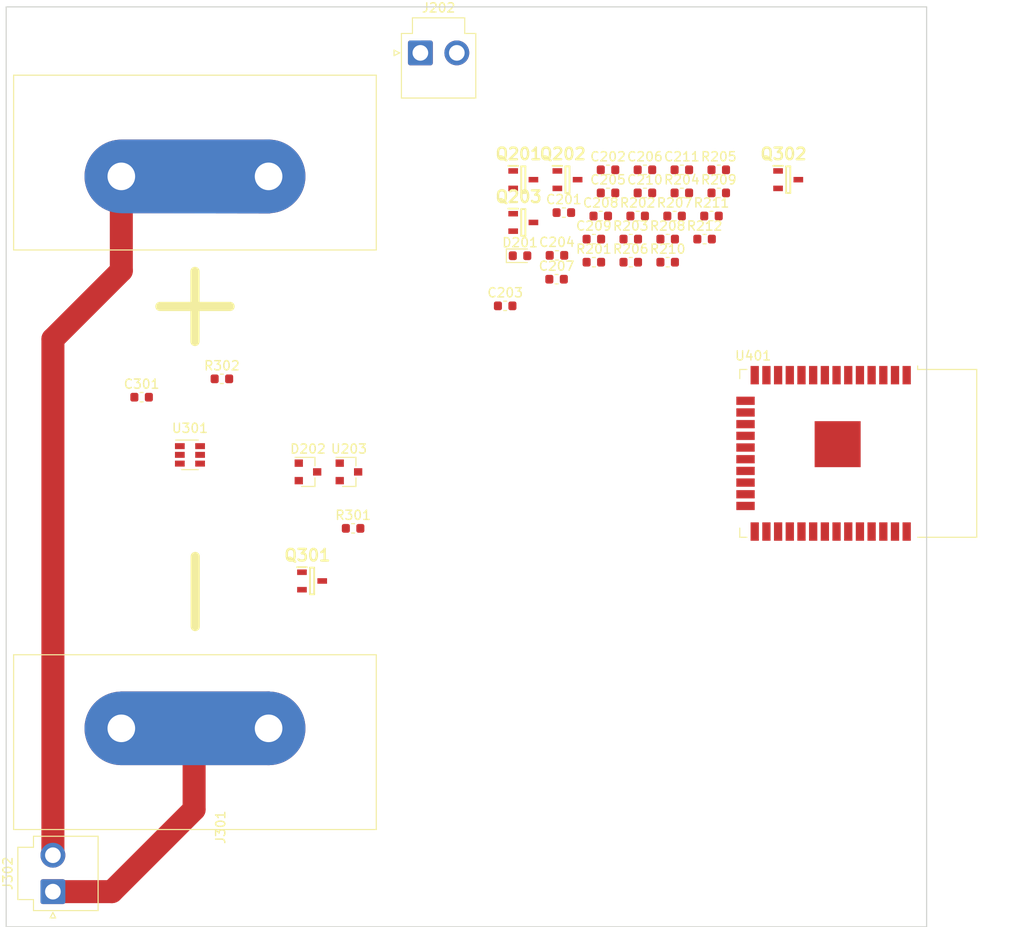
<source format=kicad_pcb>
(kicad_pcb (version 20171130) (host pcbnew "(5.1.2)-1")

  (general
    (thickness 1.6)
    (drawings 4)
    (tracks 7)
    (zones 0)
    (modules 39)
    (nets 21)
  )

  (page A4)
  (layers
    (0 F.Cu signal)
    (31 B.Cu signal)
    (32 B.Adhes user)
    (33 F.Adhes user)
    (34 B.Paste user)
    (35 F.Paste user)
    (36 B.SilkS user)
    (37 F.SilkS user)
    (38 B.Mask user)
    (39 F.Mask user)
    (40 Dwgs.User user)
    (41 Cmts.User user)
    (42 Eco1.User user)
    (43 Eco2.User user)
    (44 Edge.Cuts user)
    (45 Margin user)
    (46 B.CrtYd user)
    (47 F.CrtYd user)
    (48 B.Fab user)
    (49 F.Fab user)
  )

  (setup
    (last_trace_width 0.25)
    (trace_clearance 0.2)
    (zone_clearance 0.508)
    (zone_45_only no)
    (trace_min 0.2)
    (via_size 0.8)
    (via_drill 0.4)
    (via_min_size 0.4)
    (via_min_drill 0.3)
    (uvia_size 0.3)
    (uvia_drill 0.1)
    (uvias_allowed no)
    (uvia_min_size 0.2)
    (uvia_min_drill 0.1)
    (edge_width 0.05)
    (segment_width 0.2)
    (pcb_text_width 0.3)
    (pcb_text_size 1.5 1.5)
    (mod_edge_width 0.12)
    (mod_text_size 1 1)
    (mod_text_width 0.15)
    (pad_size 1.524 1.524)
    (pad_drill 0.762)
    (pad_to_mask_clearance 0.051)
    (solder_mask_min_width 0.25)
    (aux_axis_origin 0 0)
    (visible_elements 7FFFFFFF)
    (pcbplotparams
      (layerselection 0x010fc_ffffffff)
      (usegerberextensions false)
      (usegerberattributes false)
      (usegerberadvancedattributes false)
      (creategerberjobfile false)
      (excludeedgelayer true)
      (linewidth 0.100000)
      (plotframeref false)
      (viasonmask false)
      (mode 1)
      (useauxorigin false)
      (hpglpennumber 1)
      (hpglpenspeed 20)
      (hpglpendiameter 15.000000)
      (psnegative false)
      (psa4output false)
      (plotreference true)
      (plotvalue true)
      (plotinvisibletext false)
      (padsonsilk false)
      (subtractmaskfromsilk false)
      (outputformat 1)
      (mirror false)
      (drillshape 1)
      (scaleselection 1)
      (outputdirectory ""))
  )

  (net 0 "")
  (net 1 PB+)
  (net 2 "Net-(C301-Pad2)")
  (net 3 PB-)
  (net 4 "Net-(Q301-Pad1)")
  (net 5 "Net-(R301-Pad1)")
  (net 6 "Net-(R302-Pad2)")
  (net 7 "Net-(U401-Pad1)")
  (net 8 "Net-(D202-Pad3)")
  (net 9 "Net-(D201-Pad1)")
  (net 10 "Net-(Q301-Pad3)")
  (net 11 "Net-(Q203-Pad1)")
  (net 12 "Net-(Q302-Pad1)")
  (net 13 Solar_V+)
  (net 14 "Net-(C206-Pad1)")
  (net 15 "Net-(C207-Pad1)")
  (net 16 "Net-(D201-Pad2)")
  (net 17 "Net-(Q202-Pad1)")
  (net 18 "Net-(J201-Pad2)")
  (net 19 "Net-(D203-Pad2)")
  (net 20 "Net-(D203-Pad1)")

  (net_class Default "This is the default net class."
    (clearance 0.2)
    (trace_width 0.25)
    (via_dia 0.8)
    (via_drill 0.4)
    (uvia_dia 0.3)
    (uvia_drill 0.1)
    (add_net "Net-(C206-Pad1)")
    (add_net "Net-(C207-Pad1)")
    (add_net "Net-(C301-Pad2)")
    (add_net "Net-(D201-Pad1)")
    (add_net "Net-(D201-Pad2)")
    (add_net "Net-(D202-Pad3)")
    (add_net "Net-(D203-Pad1)")
    (add_net "Net-(D203-Pad2)")
    (add_net "Net-(J201-Pad2)")
    (add_net "Net-(Q202-Pad1)")
    (add_net "Net-(Q203-Pad1)")
    (add_net "Net-(Q301-Pad1)")
    (add_net "Net-(Q301-Pad3)")
    (add_net "Net-(Q302-Pad1)")
    (add_net "Net-(R301-Pad1)")
    (add_net "Net-(R302-Pad2)")
    (add_net "Net-(U401-Pad1)")
    (add_net PB+)
    (add_net PB-)
    (add_net Solar_V+)
  )

  (module ESP32-Solar-Battery:32700_holder (layer F.Cu) (tedit 5D8F0964) (tstamp 5D793FFA)
    (at 120.5103 138.9253 90)
    (path /5D7EC498/5D81A7E4)
    (fp_text reference J301 (at -0.254 2.786 90) (layer F.SilkS)
      (effects (font (size 1 1) (thickness 0.15)))
    )
    (fp_text value LiFePo4_32700 (at -0.254 1.786 90) (layer F.Fab)
      (effects (font (size 1 1) (thickness 0.15)))
    )
    (fp_line (start 62.5 19.7) (end 81.5 19.7) (layer F.SilkS) (width 0.12))
    (fp_line (start 62.5 -19.7) (end 81.5 -19.7) (layer F.SilkS) (width 0.12))
    (fp_line (start -0.5 19.7) (end 18.5 19.7) (layer F.SilkS) (width 0.12))
    (fp_line (start -0.5 -19.7) (end 18.5 -19.7) (layer F.SilkS) (width 0.12))
    (fp_line (start 81.5 -19.7) (end 81.5 19.7) (layer F.SilkS) (width 0.12))
    (fp_line (start 62.5 -19.7) (end 62.5 19.7) (layer F.SilkS) (width 0.12))
    (fp_line (start 18.5 -19.7) (end 18.5 19.7) (layer F.SilkS) (width 0.12))
    (fp_line (start -0.5 -19.7) (end -0.5 19.7) (layer F.SilkS) (width 0.12))
    (fp_text user - (at 25.3746 -0.7366 90) (layer F.SilkS)
      (effects (font (size 10 10) (thickness 1)))
    )
    (fp_text user + (at 56.3626 -0.762 90) (layer F.SilkS)
      (effects (font (size 10 10) (thickness 1)))
    )
    (fp_line (start 63 19.2) (end 63 -19.2) (layer F.CrtYd) (width 0.12))
    (fp_line (start 63 19.2) (end 81 19.2) (layer F.CrtYd) (width 0.12))
    (fp_line (start 81 -19.2) (end 81 19.2) (layer F.CrtYd) (width 0.12))
    (fp_line (start 63 -19.2) (end 81 -19.2) (layer F.CrtYd) (width 0.12))
    (fp_line (start 18 -19.2) (end 18 19.2) (layer F.CrtYd) (width 0.12))
    (fp_line (start 0 19.2) (end 18 19.2) (layer F.CrtYd) (width 0.12))
    (fp_line (start 0 -19.2) (end 18 -19.2) (layer F.CrtYd) (width 0.12))
    (fp_line (start 0 0) (end 0 19.2) (layer F.CrtYd) (width 0.12))
    (fp_line (start 0 0) (end 0 -19.2) (layer F.CrtYd) (width 0.12))
    (pad 2 thru_hole custom (at 70.5 -8 90) (size 8 8) (drill 3) (layers *.Cu *.Mask)
      (net 1 PB+)
      (options (clearance outline) (anchor circle))
      (primitives
        (gr_poly (pts
           (xy -4.0028 -0.001) (xy 3.9982 -0.001) (xy 3.9982 16.1534) (xy -4.0282 16.1788)) (width 0.01))
      ))
    (pad 1 thru_hole custom (at 10.5 -8 90) (size 8 8) (drill 3) (layers *.Cu *.Mask)
      (net 2 "Net-(C301-Pad2)")
      (options (clearance outline) (anchor circle))
      (primitives
        (gr_poly (pts
           (xy -3.9976 -0.128) (xy 4.0034 -0.1026) (xy 4.0034 16.128) (xy -3.9976 16.128)) (width 0.01))
      ))
    (pad 1 thru_hole circle (at 10.5 8 90) (size 8 8) (drill 3) (layers *.Cu *.Mask)
      (net 2 "Net-(C301-Pad2)"))
    (pad 2 thru_hole circle (at 70.5 8 90) (size 8 8) (drill 3) (layers *.Cu *.Mask)
      (net 1 PB+))
    (model D:/ESP32-Solar-Battery/hardware/EE/design/kicad/Common/ESP32-Solar-Battery.3dshapes/battery_holder_partA.step
      (offset (xyz 63 0 21))
      (scale (xyz 1 1 1))
      (rotate (xyz -90 0 -90))
    )
    (model D:/ESP32-Solar-Battery/hardware/EE/design/kicad/Common/ESP32-Solar-Battery.3dshapes/battery_holder_partA.step
      (offset (xyz 18 0 21))
      (scale (xyz 1 1 1))
      (rotate (xyz -90 0 90))
    )
    (model D:/ESP32-Solar-Battery/hardware/EE/design/kicad/Common/ESP32-Solar-Battery.3dshapes/battery.step
      (offset (xyz 6 -16 5))
      (scale (xyz 1 1 1))
      (rotate (xyz 0 0 0))
    )
    (model D:/ESP32-Solar-Battery/hardware/EE/design/kicad/Common/ESP32-Solar-Battery.3dshapes/battery_holder_partB.step
      (offset (xyz 18 0 21))
      (scale (xyz 1 1 1))
      (rotate (xyz 90 180 -90))
    )
    (model D:/ESP32-Solar-Battery/hardware/EE/design/kicad/Common/ESP32-Solar-Battery.3dshapes/battery_holder_partB.step
      (offset (xyz 73 0 21))
      (scale (xyz 1 1 1))
      (rotate (xyz 90 180 -90))
    )
  )

  (module Connector_JST:JST_VH_B2P-VH_1x02_P3.96mm_Vertical (layer F.Cu) (tedit 5B774DBC) (tstamp 5D7A37C4)
    (at 145 55)
    (descr "JST VH series connector, B2P-VH (http://www.jst-mfg.com/product/pdf/eng/eVH.pdf), generated with kicad-footprint-generator")
    (tags "connector JST VH side entry")
    (path /5D7344AD/5D734556)
    (fp_text reference J202 (at 1.98 -4.9) (layer F.SilkS)
      (effects (font (size 1 1) (thickness 0.15)))
    )
    (fp_text value SolarPanel (at 1.98 6) (layer F.Fab)
      (effects (font (size 1 1) (thickness 0.15)))
    )
    (fp_text user %R (at 1.98 4.1) (layer F.Fab)
      (effects (font (size 1 1) (thickness 0.15)))
    )
    (fp_line (start -2.86 -0.3) (end -2.26 0) (layer F.SilkS) (width 0.12))
    (fp_line (start -2.86 0.3) (end -2.86 -0.3) (layer F.SilkS) (width 0.12))
    (fp_line (start -2.26 0) (end -2.86 0.3) (layer F.SilkS) (width 0.12))
    (fp_line (start 6.02 4.91) (end -2.06 4.91) (layer F.SilkS) (width 0.12))
    (fp_line (start 6.02 -2.11) (end 6.02 4.91) (layer F.SilkS) (width 0.12))
    (fp_line (start 4.82 -2.11) (end 6.02 -2.11) (layer F.SilkS) (width 0.12))
    (fp_line (start 4.82 -3.81) (end 4.82 -2.11) (layer F.SilkS) (width 0.12))
    (fp_line (start -0.86 -3.81) (end 4.82 -3.81) (layer F.SilkS) (width 0.12))
    (fp_line (start -0.86 -2.11) (end -0.86 -3.81) (layer F.SilkS) (width 0.12))
    (fp_line (start -2.06 -2.11) (end -0.86 -2.11) (layer F.SilkS) (width 0.12))
    (fp_line (start -2.06 4.91) (end -2.06 -2.11) (layer F.SilkS) (width 0.12))
    (fp_line (start 6.41 -4.2) (end -2.45 -4.2) (layer F.CrtYd) (width 0.05))
    (fp_line (start 6.41 5.3) (end 6.41 -4.2) (layer F.CrtYd) (width 0.05))
    (fp_line (start -2.45 5.3) (end 6.41 5.3) (layer F.CrtYd) (width 0.05))
    (fp_line (start -2.45 -4.2) (end -2.45 5.3) (layer F.CrtYd) (width 0.05))
    (fp_line (start -1.95 1) (end -0.95 0) (layer F.Fab) (width 0.1))
    (fp_line (start -1.95 -1) (end -0.95 0) (layer F.Fab) (width 0.1))
    (fp_line (start 4.71 -3.7) (end 4.71 -2) (layer F.Fab) (width 0.1))
    (fp_line (start -0.75 -3.7) (end 4.71 -3.7) (layer F.Fab) (width 0.1))
    (fp_line (start -0.75 -2) (end -0.75 -3.7) (layer F.Fab) (width 0.1))
    (fp_line (start 5.91 -2) (end -1.95 -2) (layer F.Fab) (width 0.1))
    (fp_line (start 5.91 4.8) (end 5.91 -2) (layer F.Fab) (width 0.1))
    (fp_line (start -1.95 4.8) (end 5.91 4.8) (layer F.Fab) (width 0.1))
    (fp_line (start -1.95 -2) (end -1.95 4.8) (layer F.Fab) (width 0.1))
    (pad 2 thru_hole circle (at 3.96 0) (size 2.7 2.7) (drill 1.7) (layers *.Cu *.Mask)
      (net 13 Solar_V+))
    (pad 1 thru_hole roundrect (at 0 0) (size 2.7 2.7) (drill 1.7) (layers *.Cu *.Mask) (roundrect_rratio 0.09259299999999999)
      (net 3 PB-))
    (model ${KISYS3DMOD}/Connector_JST.3dshapes/JST_VH_B2P-VH_1x02_P3.96mm_Vertical.wrl
      (at (xyz 0 0 0))
      (scale (xyz 1 1 1))
      (rotate (xyz 0 0 0))
    )
  )

  (module Resistor_SMD:R_0603_1608Metric (layer F.Cu) (tedit 5B301BBD) (tstamp 5D7965FE)
    (at 175.8777 75.2415)
    (descr "Resistor SMD 0603 (1608 Metric), square (rectangular) end terminal, IPC_7351 nominal, (Body size source: http://www.tortai-tech.com/upload/download/2011102023233369053.pdf), generated with kicad-footprint-generator")
    (tags resistor)
    (path /5D7344AD/5D76067D)
    (attr smd)
    (fp_text reference R212 (at 0 -1.43) (layer F.SilkS)
      (effects (font (size 1 1) (thickness 0.15)))
    )
    (fp_text value 680K (at 0 1.43) (layer F.Fab)
      (effects (font (size 1 1) (thickness 0.15)))
    )
    (fp_text user %R (at 0 0) (layer F.Fab)
      (effects (font (size 0.4 0.4) (thickness 0.06)))
    )
    (fp_line (start 1.48 0.73) (end -1.48 0.73) (layer F.CrtYd) (width 0.05))
    (fp_line (start 1.48 -0.73) (end 1.48 0.73) (layer F.CrtYd) (width 0.05))
    (fp_line (start -1.48 -0.73) (end 1.48 -0.73) (layer F.CrtYd) (width 0.05))
    (fp_line (start -1.48 0.73) (end -1.48 -0.73) (layer F.CrtYd) (width 0.05))
    (fp_line (start -0.162779 0.51) (end 0.162779 0.51) (layer F.SilkS) (width 0.12))
    (fp_line (start -0.162779 -0.51) (end 0.162779 -0.51) (layer F.SilkS) (width 0.12))
    (fp_line (start 0.8 0.4) (end -0.8 0.4) (layer F.Fab) (width 0.1))
    (fp_line (start 0.8 -0.4) (end 0.8 0.4) (layer F.Fab) (width 0.1))
    (fp_line (start -0.8 -0.4) (end 0.8 -0.4) (layer F.Fab) (width 0.1))
    (fp_line (start -0.8 0.4) (end -0.8 -0.4) (layer F.Fab) (width 0.1))
    (pad 2 smd roundrect (at 0.7875 0) (size 0.875 0.95) (layers F.Cu F.Paste F.Mask) (roundrect_rratio 0.25)
      (net 17 "Net-(Q202-Pad1)"))
    (pad 1 smd roundrect (at -0.7875 0) (size 0.875 0.95) (layers F.Cu F.Paste F.Mask) (roundrect_rratio 0.25)
      (net 1 PB+))
    (model ${KISYS3DMOD}/Resistor_SMD.3dshapes/R_0603_1608Metric.wrl
      (at (xyz 0 0 0))
      (scale (xyz 1 1 1))
      (rotate (xyz 0 0 0))
    )
  )

  (module Resistor_SMD:R_0603_1608Metric (layer F.Cu) (tedit 5B301BBD) (tstamp 5D7965ED)
    (at 176.6277 72.7315)
    (descr "Resistor SMD 0603 (1608 Metric), square (rectangular) end terminal, IPC_7351 nominal, (Body size source: http://www.tortai-tech.com/upload/download/2011102023233369053.pdf), generated with kicad-footprint-generator")
    (tags resistor)
    (path /5D7344AD/5D767E57)
    (attr smd)
    (fp_text reference R211 (at 0 -1.43) (layer F.SilkS)
      (effects (font (size 1 1) (thickness 0.15)))
    )
    (fp_text value 39K (at 0 1.43) (layer F.Fab)
      (effects (font (size 1 1) (thickness 0.15)))
    )
    (fp_text user %R (at 0 0) (layer F.Fab)
      (effects (font (size 0.4 0.4) (thickness 0.06)))
    )
    (fp_line (start 1.48 0.73) (end -1.48 0.73) (layer F.CrtYd) (width 0.05))
    (fp_line (start 1.48 -0.73) (end 1.48 0.73) (layer F.CrtYd) (width 0.05))
    (fp_line (start -1.48 -0.73) (end 1.48 -0.73) (layer F.CrtYd) (width 0.05))
    (fp_line (start -1.48 0.73) (end -1.48 -0.73) (layer F.CrtYd) (width 0.05))
    (fp_line (start -0.162779 0.51) (end 0.162779 0.51) (layer F.SilkS) (width 0.12))
    (fp_line (start -0.162779 -0.51) (end 0.162779 -0.51) (layer F.SilkS) (width 0.12))
    (fp_line (start 0.8 0.4) (end -0.8 0.4) (layer F.Fab) (width 0.1))
    (fp_line (start 0.8 -0.4) (end 0.8 0.4) (layer F.Fab) (width 0.1))
    (fp_line (start -0.8 -0.4) (end 0.8 -0.4) (layer F.Fab) (width 0.1))
    (fp_line (start -0.8 0.4) (end -0.8 -0.4) (layer F.Fab) (width 0.1))
    (pad 2 smd roundrect (at 0.7875 0) (size 0.875 0.95) (layers F.Cu F.Paste F.Mask) (roundrect_rratio 0.25)
      (net 8 "Net-(D202-Pad3)"))
    (pad 1 smd roundrect (at -0.7875 0) (size 0.875 0.95) (layers F.Cu F.Paste F.Mask) (roundrect_rratio 0.25)
      (net 17 "Net-(Q202-Pad1)"))
    (model ${KISYS3DMOD}/Resistor_SMD.3dshapes/R_0603_1608Metric.wrl
      (at (xyz 0 0 0))
      (scale (xyz 1 1 1))
      (rotate (xyz 0 0 0))
    )
  )

  (module Resistor_SMD:R_0603_1608Metric (layer F.Cu) (tedit 5B301BBD) (tstamp 5D7965DC)
    (at 171.8677 77.7515)
    (descr "Resistor SMD 0603 (1608 Metric), square (rectangular) end terminal, IPC_7351 nominal, (Body size source: http://www.tortai-tech.com/upload/download/2011102023233369053.pdf), generated with kicad-footprint-generator")
    (tags resistor)
    (path /5D7344AD/5D78F2A1)
    (attr smd)
    (fp_text reference R210 (at 0 -1.43) (layer F.SilkS)
      (effects (font (size 1 1) (thickness 0.15)))
    )
    (fp_text value TBD_Rsense (at 0 1.43) (layer F.Fab)
      (effects (font (size 1 1) (thickness 0.15)))
    )
    (fp_text user %R (at 0 0) (layer F.Fab)
      (effects (font (size 0.4 0.4) (thickness 0.06)))
    )
    (fp_line (start 1.48 0.73) (end -1.48 0.73) (layer F.CrtYd) (width 0.05))
    (fp_line (start 1.48 -0.73) (end 1.48 0.73) (layer F.CrtYd) (width 0.05))
    (fp_line (start -1.48 -0.73) (end 1.48 -0.73) (layer F.CrtYd) (width 0.05))
    (fp_line (start -1.48 0.73) (end -1.48 -0.73) (layer F.CrtYd) (width 0.05))
    (fp_line (start -0.162779 0.51) (end 0.162779 0.51) (layer F.SilkS) (width 0.12))
    (fp_line (start -0.162779 -0.51) (end 0.162779 -0.51) (layer F.SilkS) (width 0.12))
    (fp_line (start 0.8 0.4) (end -0.8 0.4) (layer F.Fab) (width 0.1))
    (fp_line (start 0.8 -0.4) (end 0.8 0.4) (layer F.Fab) (width 0.1))
    (fp_line (start -0.8 -0.4) (end 0.8 -0.4) (layer F.Fab) (width 0.1))
    (fp_line (start -0.8 0.4) (end -0.8 -0.4) (layer F.Fab) (width 0.1))
    (pad 2 smd roundrect (at 0.7875 0) (size 0.875 0.95) (layers F.Cu F.Paste F.Mask) (roundrect_rratio 0.25)
      (net 15 "Net-(C207-Pad1)"))
    (pad 1 smd roundrect (at -0.7875 0) (size 0.875 0.95) (layers F.Cu F.Paste F.Mask) (roundrect_rratio 0.25))
    (model ${KISYS3DMOD}/Resistor_SMD.3dshapes/R_0603_1608Metric.wrl
      (at (xyz 0 0 0))
      (scale (xyz 1 1 1))
      (rotate (xyz 0 0 0))
    )
  )

  (module Resistor_SMD:R_0603_1608Metric (layer F.Cu) (tedit 5B301BBD) (tstamp 5D7965CB)
    (at 177.4177 70.2215)
    (descr "Resistor SMD 0603 (1608 Metric), square (rectangular) end terminal, IPC_7351 nominal, (Body size source: http://www.tortai-tech.com/upload/download/2011102023233369053.pdf), generated with kicad-footprint-generator")
    (tags resistor)
    (path /5D7344AD/5D7666A1)
    (attr smd)
    (fp_text reference R209 (at 0 -1.43) (layer F.SilkS)
      (effects (font (size 1 1) (thickness 0.15)))
    )
    (fp_text value 120 (at 0 1.43) (layer F.Fab)
      (effects (font (size 1 1) (thickness 0.15)))
    )
    (fp_text user %R (at 0 0) (layer F.Fab)
      (effects (font (size 0.4 0.4) (thickness 0.06)))
    )
    (fp_line (start 1.48 0.73) (end -1.48 0.73) (layer F.CrtYd) (width 0.05))
    (fp_line (start 1.48 -0.73) (end 1.48 0.73) (layer F.CrtYd) (width 0.05))
    (fp_line (start -1.48 -0.73) (end 1.48 -0.73) (layer F.CrtYd) (width 0.05))
    (fp_line (start -1.48 0.73) (end -1.48 -0.73) (layer F.CrtYd) (width 0.05))
    (fp_line (start -0.162779 0.51) (end 0.162779 0.51) (layer F.SilkS) (width 0.12))
    (fp_line (start -0.162779 -0.51) (end 0.162779 -0.51) (layer F.SilkS) (width 0.12))
    (fp_line (start 0.8 0.4) (end -0.8 0.4) (layer F.Fab) (width 0.1))
    (fp_line (start 0.8 -0.4) (end 0.8 0.4) (layer F.Fab) (width 0.1))
    (fp_line (start -0.8 -0.4) (end 0.8 -0.4) (layer F.Fab) (width 0.1))
    (fp_line (start -0.8 0.4) (end -0.8 -0.4) (layer F.Fab) (width 0.1))
    (pad 2 smd roundrect (at 0.7875 0) (size 0.875 0.95) (layers F.Cu F.Paste F.Mask) (roundrect_rratio 0.25)
      (net 14 "Net-(C206-Pad1)"))
    (pad 1 smd roundrect (at -0.7875 0) (size 0.875 0.95) (layers F.Cu F.Paste F.Mask) (roundrect_rratio 0.25))
    (model ${KISYS3DMOD}/Resistor_SMD.3dshapes/R_0603_1608Metric.wrl
      (at (xyz 0 0 0))
      (scale (xyz 1 1 1))
      (rotate (xyz 0 0 0))
    )
  )

  (module Resistor_SMD:R_0603_1608Metric (layer F.Cu) (tedit 5B301BBD) (tstamp 5D7965BA)
    (at 171.8677 75.2415)
    (descr "Resistor SMD 0603 (1608 Metric), square (rectangular) end terminal, IPC_7351 nominal, (Body size source: http://www.tortai-tech.com/upload/download/2011102023233369053.pdf), generated with kicad-footprint-generator")
    (tags resistor)
    (path /5D7344AD/5D74A880)
    (attr smd)
    (fp_text reference R208 (at 0 -1.43) (layer F.SilkS)
      (effects (font (size 1 1) (thickness 0.15)))
    )
    (fp_text value 8.2K (at 0 1.43) (layer F.Fab)
      (effects (font (size 1 1) (thickness 0.15)))
    )
    (fp_text user %R (at 0 0) (layer F.Fab)
      (effects (font (size 0.4 0.4) (thickness 0.06)))
    )
    (fp_line (start 1.48 0.73) (end -1.48 0.73) (layer F.CrtYd) (width 0.05))
    (fp_line (start 1.48 -0.73) (end 1.48 0.73) (layer F.CrtYd) (width 0.05))
    (fp_line (start -1.48 -0.73) (end 1.48 -0.73) (layer F.CrtYd) (width 0.05))
    (fp_line (start -1.48 0.73) (end -1.48 -0.73) (layer F.CrtYd) (width 0.05))
    (fp_line (start -0.162779 0.51) (end 0.162779 0.51) (layer F.SilkS) (width 0.12))
    (fp_line (start -0.162779 -0.51) (end 0.162779 -0.51) (layer F.SilkS) (width 0.12))
    (fp_line (start 0.8 0.4) (end -0.8 0.4) (layer F.Fab) (width 0.1))
    (fp_line (start 0.8 -0.4) (end 0.8 0.4) (layer F.Fab) (width 0.1))
    (fp_line (start -0.8 -0.4) (end 0.8 -0.4) (layer F.Fab) (width 0.1))
    (fp_line (start -0.8 0.4) (end -0.8 -0.4) (layer F.Fab) (width 0.1))
    (pad 2 smd roundrect (at 0.7875 0) (size 0.875 0.95) (layers F.Cu F.Paste F.Mask) (roundrect_rratio 0.25)
      (net 20 "Net-(D203-Pad1)"))
    (pad 1 smd roundrect (at -0.7875 0) (size 0.875 0.95) (layers F.Cu F.Paste F.Mask) (roundrect_rratio 0.25)
      (net 13 Solar_V+))
    (model ${KISYS3DMOD}/Resistor_SMD.3dshapes/R_0603_1608Metric.wrl
      (at (xyz 0 0 0))
      (scale (xyz 1 1 1))
      (rotate (xyz 0 0 0))
    )
  )

  (module Resistor_SMD:R_0603_1608Metric (layer F.Cu) (tedit 5B301BBD) (tstamp 5D7965A9)
    (at 172.6177 72.7315)
    (descr "Resistor SMD 0603 (1608 Metric), square (rectangular) end terminal, IPC_7351 nominal, (Body size source: http://www.tortai-tech.com/upload/download/2011102023233369053.pdf), generated with kicad-footprint-generator")
    (tags resistor)
    (path /5D7344AD/5D73D0FB)
    (attr smd)
    (fp_text reference R207 (at 0 -1.43) (layer F.SilkS)
      (effects (font (size 1 1) (thickness 0.15)))
    )
    (fp_text value 1K (at 0 1.43) (layer F.Fab)
      (effects (font (size 1 1) (thickness 0.15)))
    )
    (fp_text user %R (at 0 0) (layer F.Fab)
      (effects (font (size 0.4 0.4) (thickness 0.06)))
    )
    (fp_line (start 1.48 0.73) (end -1.48 0.73) (layer F.CrtYd) (width 0.05))
    (fp_line (start 1.48 -0.73) (end 1.48 0.73) (layer F.CrtYd) (width 0.05))
    (fp_line (start -1.48 -0.73) (end 1.48 -0.73) (layer F.CrtYd) (width 0.05))
    (fp_line (start -1.48 0.73) (end -1.48 -0.73) (layer F.CrtYd) (width 0.05))
    (fp_line (start -0.162779 0.51) (end 0.162779 0.51) (layer F.SilkS) (width 0.12))
    (fp_line (start -0.162779 -0.51) (end 0.162779 -0.51) (layer F.SilkS) (width 0.12))
    (fp_line (start 0.8 0.4) (end -0.8 0.4) (layer F.Fab) (width 0.1))
    (fp_line (start 0.8 -0.4) (end 0.8 0.4) (layer F.Fab) (width 0.1))
    (fp_line (start -0.8 -0.4) (end 0.8 -0.4) (layer F.Fab) (width 0.1))
    (fp_line (start -0.8 0.4) (end -0.8 -0.4) (layer F.Fab) (width 0.1))
    (pad 2 smd roundrect (at 0.7875 0) (size 0.875 0.95) (layers F.Cu F.Paste F.Mask) (roundrect_rratio 0.25)
      (net 16 "Net-(D201-Pad2)"))
    (pad 1 smd roundrect (at -0.7875 0) (size 0.875 0.95) (layers F.Cu F.Paste F.Mask) (roundrect_rratio 0.25)
      (net 13 Solar_V+))
    (model ${KISYS3DMOD}/Resistor_SMD.3dshapes/R_0603_1608Metric.wrl
      (at (xyz 0 0 0))
      (scale (xyz 1 1 1))
      (rotate (xyz 0 0 0))
    )
  )

  (module Resistor_SMD:R_0603_1608Metric (layer F.Cu) (tedit 5B301BBD) (tstamp 5D796598)
    (at 167.8577 77.7515)
    (descr "Resistor SMD 0603 (1608 Metric), square (rectangular) end terminal, IPC_7351 nominal, (Body size source: http://www.tortai-tech.com/upload/download/2011102023233369053.pdf), generated with kicad-footprint-generator")
    (tags resistor)
    (path /5D7344AD/5D75527F)
    (attr smd)
    (fp_text reference R206 (at 0 -1.43) (layer F.SilkS)
      (effects (font (size 1 1) (thickness 0.15)))
    )
    (fp_text value 200K (at 0 1.43) (layer F.Fab)
      (effects (font (size 1 1) (thickness 0.15)))
    )
    (fp_text user %R (at 0 0) (layer F.Fab)
      (effects (font (size 0.4 0.4) (thickness 0.06)))
    )
    (fp_line (start 1.48 0.73) (end -1.48 0.73) (layer F.CrtYd) (width 0.05))
    (fp_line (start 1.48 -0.73) (end 1.48 0.73) (layer F.CrtYd) (width 0.05))
    (fp_line (start -1.48 -0.73) (end 1.48 -0.73) (layer F.CrtYd) (width 0.05))
    (fp_line (start -1.48 0.73) (end -1.48 -0.73) (layer F.CrtYd) (width 0.05))
    (fp_line (start -0.162779 0.51) (end 0.162779 0.51) (layer F.SilkS) (width 0.12))
    (fp_line (start -0.162779 -0.51) (end 0.162779 -0.51) (layer F.SilkS) (width 0.12))
    (fp_line (start 0.8 0.4) (end -0.8 0.4) (layer F.Fab) (width 0.1))
    (fp_line (start 0.8 -0.4) (end 0.8 0.4) (layer F.Fab) (width 0.1))
    (fp_line (start -0.8 -0.4) (end 0.8 -0.4) (layer F.Fab) (width 0.1))
    (fp_line (start -0.8 0.4) (end -0.8 -0.4) (layer F.Fab) (width 0.1))
    (pad 2 smd roundrect (at 0.7875 0) (size 0.875 0.95) (layers F.Cu F.Paste F.Mask) (roundrect_rratio 0.25))
    (pad 1 smd roundrect (at -0.7875 0) (size 0.875 0.95) (layers F.Cu F.Paste F.Mask) (roundrect_rratio 0.25)
      (net 20 "Net-(D203-Pad1)"))
    (model ${KISYS3DMOD}/Resistor_SMD.3dshapes/R_0603_1608Metric.wrl
      (at (xyz 0 0 0))
      (scale (xyz 1 1 1))
      (rotate (xyz 0 0 0))
    )
  )

  (module Resistor_SMD:R_0603_1608Metric (layer F.Cu) (tedit 5B301BBD) (tstamp 5D796587)
    (at 177.4177 67.7115)
    (descr "Resistor SMD 0603 (1608 Metric), square (rectangular) end terminal, IPC_7351 nominal, (Body size source: http://www.tortai-tech.com/upload/download/2011102023233369053.pdf), generated with kicad-footprint-generator")
    (tags resistor)
    (path /5D7344AD/5D743669)
    (attr smd)
    (fp_text reference R205 (at 0 -1.43) (layer F.SilkS)
      (effects (font (size 1 1) (thickness 0.15)))
    )
    (fp_text value TBD (at 0 1.43) (layer F.Fab)
      (effects (font (size 1 1) (thickness 0.15)))
    )
    (fp_text user %R (at 0 0) (layer F.Fab)
      (effects (font (size 0.4 0.4) (thickness 0.06)))
    )
    (fp_line (start 1.48 0.73) (end -1.48 0.73) (layer F.CrtYd) (width 0.05))
    (fp_line (start 1.48 -0.73) (end 1.48 0.73) (layer F.CrtYd) (width 0.05))
    (fp_line (start -1.48 -0.73) (end 1.48 -0.73) (layer F.CrtYd) (width 0.05))
    (fp_line (start -1.48 0.73) (end -1.48 -0.73) (layer F.CrtYd) (width 0.05))
    (fp_line (start -0.162779 0.51) (end 0.162779 0.51) (layer F.SilkS) (width 0.12))
    (fp_line (start -0.162779 -0.51) (end 0.162779 -0.51) (layer F.SilkS) (width 0.12))
    (fp_line (start 0.8 0.4) (end -0.8 0.4) (layer F.Fab) (width 0.1))
    (fp_line (start 0.8 -0.4) (end 0.8 0.4) (layer F.Fab) (width 0.1))
    (fp_line (start -0.8 -0.4) (end 0.8 -0.4) (layer F.Fab) (width 0.1))
    (fp_line (start -0.8 0.4) (end -0.8 -0.4) (layer F.Fab) (width 0.1))
    (pad 2 smd roundrect (at 0.7875 0) (size 0.875 0.95) (layers F.Cu F.Paste F.Mask) (roundrect_rratio 0.25)
      (net 3 PB-))
    (pad 1 smd roundrect (at -0.7875 0) (size 0.875 0.95) (layers F.Cu F.Paste F.Mask) (roundrect_rratio 0.25)
      (net 19 "Net-(D203-Pad2)"))
    (model ${KISYS3DMOD}/Resistor_SMD.3dshapes/R_0603_1608Metric.wrl
      (at (xyz 0 0 0))
      (scale (xyz 1 1 1))
      (rotate (xyz 0 0 0))
    )
  )

  (module Resistor_SMD:R_0603_1608Metric (layer F.Cu) (tedit 5B301BBD) (tstamp 5D796576)
    (at 173.4077 70.2215)
    (descr "Resistor SMD 0603 (1608 Metric), square (rectangular) end terminal, IPC_7351 nominal, (Body size source: http://www.tortai-tech.com/upload/download/2011102023233369053.pdf), generated with kicad-footprint-generator")
    (tags resistor)
    (path /5D7344AD/5D73CA0F)
    (attr smd)
    (fp_text reference R204 (at 0 -1.43) (layer F.SilkS)
      (effects (font (size 1 1) (thickness 0.15)))
    )
    (fp_text value 100K (at 0 1.43) (layer F.Fab)
      (effects (font (size 1 1) (thickness 0.15)))
    )
    (fp_text user %R (at 0 0) (layer F.Fab)
      (effects (font (size 0.4 0.4) (thickness 0.06)))
    )
    (fp_line (start 1.48 0.73) (end -1.48 0.73) (layer F.CrtYd) (width 0.05))
    (fp_line (start 1.48 -0.73) (end 1.48 0.73) (layer F.CrtYd) (width 0.05))
    (fp_line (start -1.48 -0.73) (end 1.48 -0.73) (layer F.CrtYd) (width 0.05))
    (fp_line (start -1.48 0.73) (end -1.48 -0.73) (layer F.CrtYd) (width 0.05))
    (fp_line (start -0.162779 0.51) (end 0.162779 0.51) (layer F.SilkS) (width 0.12))
    (fp_line (start -0.162779 -0.51) (end 0.162779 -0.51) (layer F.SilkS) (width 0.12))
    (fp_line (start 0.8 0.4) (end -0.8 0.4) (layer F.Fab) (width 0.1))
    (fp_line (start 0.8 -0.4) (end 0.8 0.4) (layer F.Fab) (width 0.1))
    (fp_line (start -0.8 -0.4) (end 0.8 -0.4) (layer F.Fab) (width 0.1))
    (fp_line (start -0.8 0.4) (end -0.8 -0.4) (layer F.Fab) (width 0.1))
    (pad 2 smd roundrect (at 0.7875 0) (size 0.875 0.95) (layers F.Cu F.Paste F.Mask) (roundrect_rratio 0.25)
      (net 19 "Net-(D203-Pad2)"))
    (pad 1 smd roundrect (at -0.7875 0) (size 0.875 0.95) (layers F.Cu F.Paste F.Mask) (roundrect_rratio 0.25)
      (net 13 Solar_V+))
    (model ${KISYS3DMOD}/Resistor_SMD.3dshapes/R_0603_1608Metric.wrl
      (at (xyz 0 0 0))
      (scale (xyz 1 1 1))
      (rotate (xyz 0 0 0))
    )
  )

  (module Resistor_SMD:R_0603_1608Metric (layer F.Cu) (tedit 5B301BBD) (tstamp 5D796565)
    (at 167.8577 75.2415)
    (descr "Resistor SMD 0603 (1608 Metric), square (rectangular) end terminal, IPC_7351 nominal, (Body size source: http://www.tortai-tech.com/upload/download/2011102023233369053.pdf), generated with kicad-footprint-generator")
    (tags resistor)
    (path /5D7344AD/5D74FF3F)
    (attr smd)
    (fp_text reference R203 (at 0 -1.43) (layer F.SilkS)
      (effects (font (size 1 1) (thickness 0.15)))
    )
    (fp_text value 8.2K (at 0 1.43) (layer F.Fab)
      (effects (font (size 1 1) (thickness 0.15)))
    )
    (fp_text user %R (at 0 0) (layer F.Fab)
      (effects (font (size 0.4 0.4) (thickness 0.06)))
    )
    (fp_line (start 1.48 0.73) (end -1.48 0.73) (layer F.CrtYd) (width 0.05))
    (fp_line (start 1.48 -0.73) (end 1.48 0.73) (layer F.CrtYd) (width 0.05))
    (fp_line (start -1.48 -0.73) (end 1.48 -0.73) (layer F.CrtYd) (width 0.05))
    (fp_line (start -1.48 0.73) (end -1.48 -0.73) (layer F.CrtYd) (width 0.05))
    (fp_line (start -0.162779 0.51) (end 0.162779 0.51) (layer F.SilkS) (width 0.12))
    (fp_line (start -0.162779 -0.51) (end 0.162779 -0.51) (layer F.SilkS) (width 0.12))
    (fp_line (start 0.8 0.4) (end -0.8 0.4) (layer F.Fab) (width 0.1))
    (fp_line (start 0.8 -0.4) (end 0.8 0.4) (layer F.Fab) (width 0.1))
    (fp_line (start -0.8 -0.4) (end 0.8 -0.4) (layer F.Fab) (width 0.1))
    (fp_line (start -0.8 0.4) (end -0.8 -0.4) (layer F.Fab) (width 0.1))
    (pad 2 smd roundrect (at 0.7875 0) (size 0.875 0.95) (layers F.Cu F.Paste F.Mask) (roundrect_rratio 0.25)
      (net 3 PB-))
    (pad 1 smd roundrect (at -0.7875 0) (size 0.875 0.95) (layers F.Cu F.Paste F.Mask) (roundrect_rratio 0.25)
      (net 18 "Net-(J201-Pad2)"))
    (model ${KISYS3DMOD}/Resistor_SMD.3dshapes/R_0603_1608Metric.wrl
      (at (xyz 0 0 0))
      (scale (xyz 1 1 1))
      (rotate (xyz 0 0 0))
    )
  )

  (module Resistor_SMD:R_0603_1608Metric (layer F.Cu) (tedit 5B301BBD) (tstamp 5D796554)
    (at 168.6077 72.7315)
    (descr "Resistor SMD 0603 (1608 Metric), square (rectangular) end terminal, IPC_7351 nominal, (Body size source: http://www.tortai-tech.com/upload/download/2011102023233369053.pdf), generated with kicad-footprint-generator")
    (tags resistor)
    (path /5D7344AD/5D74F724)
    (attr smd)
    (fp_text reference R202 (at 0 -1.43) (layer F.SilkS)
      (effects (font (size 1 1) (thickness 0.15)))
    )
    (fp_text value 100K (at 0 1.43) (layer F.Fab)
      (effects (font (size 1 1) (thickness 0.15)))
    )
    (fp_text user %R (at 0 0) (layer F.Fab)
      (effects (font (size 0.4 0.4) (thickness 0.06)))
    )
    (fp_line (start 1.48 0.73) (end -1.48 0.73) (layer F.CrtYd) (width 0.05))
    (fp_line (start 1.48 -0.73) (end 1.48 0.73) (layer F.CrtYd) (width 0.05))
    (fp_line (start -1.48 -0.73) (end 1.48 -0.73) (layer F.CrtYd) (width 0.05))
    (fp_line (start -1.48 0.73) (end -1.48 -0.73) (layer F.CrtYd) (width 0.05))
    (fp_line (start -0.162779 0.51) (end 0.162779 0.51) (layer F.SilkS) (width 0.12))
    (fp_line (start -0.162779 -0.51) (end 0.162779 -0.51) (layer F.SilkS) (width 0.12))
    (fp_line (start 0.8 0.4) (end -0.8 0.4) (layer F.Fab) (width 0.1))
    (fp_line (start 0.8 -0.4) (end 0.8 0.4) (layer F.Fab) (width 0.1))
    (fp_line (start -0.8 -0.4) (end 0.8 -0.4) (layer F.Fab) (width 0.1))
    (fp_line (start -0.8 0.4) (end -0.8 -0.4) (layer F.Fab) (width 0.1))
    (pad 2 smd roundrect (at 0.7875 0) (size 0.875 0.95) (layers F.Cu F.Paste F.Mask) (roundrect_rratio 0.25)
      (net 18 "Net-(J201-Pad2)"))
    (pad 1 smd roundrect (at -0.7875 0) (size 0.875 0.95) (layers F.Cu F.Paste F.Mask) (roundrect_rratio 0.25)
      (net 13 Solar_V+))
    (model ${KISYS3DMOD}/Resistor_SMD.3dshapes/R_0603_1608Metric.wrl
      (at (xyz 0 0 0))
      (scale (xyz 1 1 1))
      (rotate (xyz 0 0 0))
    )
  )

  (module Resistor_SMD:R_0603_1608Metric (layer F.Cu) (tedit 5B301BBD) (tstamp 5D796543)
    (at 163.8477 77.7515)
    (descr "Resistor SMD 0603 (1608 Metric), square (rectangular) end terminal, IPC_7351 nominal, (Body size source: http://www.tortai-tech.com/upload/download/2011102023233369053.pdf), generated with kicad-footprint-generator")
    (tags resistor)
    (path /5D7344AD/5D75A43A)
    (attr smd)
    (fp_text reference R201 (at 0 -1.43) (layer F.SilkS)
      (effects (font (size 1 1) (thickness 0.15)))
    )
    (fp_text value "DNP 10K" (at 0 1.43) (layer F.Fab)
      (effects (font (size 1 1) (thickness 0.15)))
    )
    (fp_text user %R (at 0 0) (layer F.Fab)
      (effects (font (size 0.4 0.4) (thickness 0.06)))
    )
    (fp_line (start 1.48 0.73) (end -1.48 0.73) (layer F.CrtYd) (width 0.05))
    (fp_line (start 1.48 -0.73) (end 1.48 0.73) (layer F.CrtYd) (width 0.05))
    (fp_line (start -1.48 -0.73) (end 1.48 -0.73) (layer F.CrtYd) (width 0.05))
    (fp_line (start -1.48 0.73) (end -1.48 -0.73) (layer F.CrtYd) (width 0.05))
    (fp_line (start -0.162779 0.51) (end 0.162779 0.51) (layer F.SilkS) (width 0.12))
    (fp_line (start -0.162779 -0.51) (end 0.162779 -0.51) (layer F.SilkS) (width 0.12))
    (fp_line (start 0.8 0.4) (end -0.8 0.4) (layer F.Fab) (width 0.1))
    (fp_line (start 0.8 -0.4) (end 0.8 0.4) (layer F.Fab) (width 0.1))
    (fp_line (start -0.8 -0.4) (end 0.8 -0.4) (layer F.Fab) (width 0.1))
    (fp_line (start -0.8 0.4) (end -0.8 -0.4) (layer F.Fab) (width 0.1))
    (pad 2 smd roundrect (at 0.7875 0) (size 0.875 0.95) (layers F.Cu F.Paste F.Mask) (roundrect_rratio 0.25)
      (net 3 PB-))
    (pad 1 smd roundrect (at -0.7875 0) (size 0.875 0.95) (layers F.Cu F.Paste F.Mask) (roundrect_rratio 0.25)
      (net 18 "Net-(J201-Pad2)"))
    (model ${KISYS3DMOD}/Resistor_SMD.3dshapes/R_0603_1608Metric.wrl
      (at (xyz 0 0 0))
      (scale (xyz 1 1 1))
      (rotate (xyz 0 0 0))
    )
  )

  (module ESP32-Solar-Battery:SOT95P240X88-3N (layer F.Cu) (tedit 5D7529F7) (tstamp 5D796532)
    (at 184.9627 68.7815)
    (descr SOT-23F)
    (tags "MOSFET (P-Channel)")
    (path /5D7EC498/5D7F2B1B)
    (attr smd)
    (fp_text reference Q302 (at -0.508 -2.794) (layer F.SilkS)
      (effects (font (size 1.27 1.27) (thickness 0.254)))
    )
    (fp_text value SSM3K333R (at 0 0) (layer F.SilkS) hide
      (effects (font (size 1.27 1.27) (thickness 0.254)))
    )
    (fp_line (start -1.625 -1.5) (end -0.575 -1.5) (layer F.SilkS) (width 0.2))
    (fp_line (start -0.225 1.45) (end -0.225 -1.45) (layer F.SilkS) (width 0.2))
    (fp_line (start 0.225 1.45) (end -0.225 1.45) (layer F.SilkS) (width 0.2))
    (fp_line (start 0.225 -1.45) (end 0.225 1.45) (layer F.SilkS) (width 0.2))
    (fp_line (start -0.225 -1.45) (end 0.225 -1.45) (layer F.SilkS) (width 0.2))
    (fp_line (start -0.9 -0.5) (end 0.05 -1.45) (layer F.Fab) (width 0.1))
    (fp_line (start -0.9 1.45) (end -0.9 -1.45) (layer F.Fab) (width 0.1))
    (fp_line (start 0.9 1.45) (end -0.9 1.45) (layer F.Fab) (width 0.1))
    (fp_line (start 0.9 -1.45) (end 0.9 1.45) (layer F.Fab) (width 0.1))
    (fp_line (start -0.9 -1.45) (end 0.9 -1.45) (layer F.Fab) (width 0.1))
    (fp_line (start -1.875 1.8) (end -1.875 -1.8) (layer F.CrtYd) (width 0.05))
    (fp_line (start 1.875 1.8) (end -1.875 1.8) (layer F.CrtYd) (width 0.05))
    (fp_line (start 1.875 -1.8) (end 1.875 1.8) (layer F.CrtYd) (width 0.05))
    (fp_line (start -1.875 -1.8) (end 1.875 -1.8) (layer F.CrtYd) (width 0.05))
    (fp_text user %R (at 0 0) (layer F.Fab)
      (effects (font (size 1.27 1.27) (thickness 0.254)))
    )
    (pad 3 smd rect (at 1.1 0 90) (size 0.6 1.05) (layers F.Cu F.Paste F.Mask)
      (net 10 "Net-(Q301-Pad3)"))
    (pad 2 smd rect (at -1.1 0.95 90) (size 0.6 1.05) (layers F.Cu F.Paste F.Mask)
      (net 2 "Net-(C301-Pad2)"))
    (pad 1 smd rect (at -1.1 -0.95 90) (size 0.6 1.05) (layers F.Cu F.Paste F.Mask)
      (net 12 "Net-(Q302-Pad1)"))
  )

  (module ESP32-Solar-Battery:SOT95P240X88-3N (layer F.Cu) (tedit 5D7529F7) (tstamp 5D7964F2)
    (at 156.1827 73.4315)
    (descr SOT-23F)
    (tags "MOSFET (P-Channel)")
    (path /5D7344AD/5D7A6EC2)
    (attr smd)
    (fp_text reference Q203 (at -0.508 -2.794) (layer F.SilkS)
      (effects (font (size 1.27 1.27) (thickness 0.254)))
    )
    (fp_text value SSM3J332R (at 0 0) (layer F.SilkS) hide
      (effects (font (size 1.27 1.27) (thickness 0.254)))
    )
    (fp_line (start -1.625 -1.5) (end -0.575 -1.5) (layer F.SilkS) (width 0.2))
    (fp_line (start -0.225 1.45) (end -0.225 -1.45) (layer F.SilkS) (width 0.2))
    (fp_line (start 0.225 1.45) (end -0.225 1.45) (layer F.SilkS) (width 0.2))
    (fp_line (start 0.225 -1.45) (end 0.225 1.45) (layer F.SilkS) (width 0.2))
    (fp_line (start -0.225 -1.45) (end 0.225 -1.45) (layer F.SilkS) (width 0.2))
    (fp_line (start -0.9 -0.5) (end 0.05 -1.45) (layer F.Fab) (width 0.1))
    (fp_line (start -0.9 1.45) (end -0.9 -1.45) (layer F.Fab) (width 0.1))
    (fp_line (start 0.9 1.45) (end -0.9 1.45) (layer F.Fab) (width 0.1))
    (fp_line (start 0.9 -1.45) (end 0.9 1.45) (layer F.Fab) (width 0.1))
    (fp_line (start -0.9 -1.45) (end 0.9 -1.45) (layer F.Fab) (width 0.1))
    (fp_line (start -1.875 1.8) (end -1.875 -1.8) (layer F.CrtYd) (width 0.05))
    (fp_line (start 1.875 1.8) (end -1.875 1.8) (layer F.CrtYd) (width 0.05))
    (fp_line (start 1.875 -1.8) (end 1.875 1.8) (layer F.CrtYd) (width 0.05))
    (fp_line (start -1.875 -1.8) (end 1.875 -1.8) (layer F.CrtYd) (width 0.05))
    (fp_text user %R (at 0 0) (layer F.Fab)
      (effects (font (size 1.27 1.27) (thickness 0.254)))
    )
    (pad 3 smd rect (at 1.1 0 90) (size 0.6 1.05) (layers F.Cu F.Paste F.Mask))
    (pad 2 smd rect (at -1.1 0.95 90) (size 0.6 1.05) (layers F.Cu F.Paste F.Mask)
      (net 1 PB+))
    (pad 1 smd rect (at -1.1 -0.95 90) (size 0.6 1.05) (layers F.Cu F.Paste F.Mask)
      (net 11 "Net-(Q203-Pad1)"))
  )

  (module ESP32-Solar-Battery:SOT95P240X88-3N (layer F.Cu) (tedit 5D7529F7) (tstamp 5D7964DC)
    (at 160.9827 68.7815)
    (descr SOT-23F)
    (tags "MOSFET (P-Channel)")
    (path /5D7344AD/5D7ABB8B)
    (attr smd)
    (fp_text reference Q202 (at -0.508 -2.794) (layer F.SilkS)
      (effects (font (size 1.27 1.27) (thickness 0.254)))
    )
    (fp_text value SSM3J332R (at 0 0) (layer F.SilkS) hide
      (effects (font (size 1.27 1.27) (thickness 0.254)))
    )
    (fp_line (start -1.625 -1.5) (end -0.575 -1.5) (layer F.SilkS) (width 0.2))
    (fp_line (start -0.225 1.45) (end -0.225 -1.45) (layer F.SilkS) (width 0.2))
    (fp_line (start 0.225 1.45) (end -0.225 1.45) (layer F.SilkS) (width 0.2))
    (fp_line (start 0.225 -1.45) (end 0.225 1.45) (layer F.SilkS) (width 0.2))
    (fp_line (start -0.225 -1.45) (end 0.225 -1.45) (layer F.SilkS) (width 0.2))
    (fp_line (start -0.9 -0.5) (end 0.05 -1.45) (layer F.Fab) (width 0.1))
    (fp_line (start -0.9 1.45) (end -0.9 -1.45) (layer F.Fab) (width 0.1))
    (fp_line (start 0.9 1.45) (end -0.9 1.45) (layer F.Fab) (width 0.1))
    (fp_line (start 0.9 -1.45) (end 0.9 1.45) (layer F.Fab) (width 0.1))
    (fp_line (start -0.9 -1.45) (end 0.9 -1.45) (layer F.Fab) (width 0.1))
    (fp_line (start -1.875 1.8) (end -1.875 -1.8) (layer F.CrtYd) (width 0.05))
    (fp_line (start 1.875 1.8) (end -1.875 1.8) (layer F.CrtYd) (width 0.05))
    (fp_line (start 1.875 -1.8) (end 1.875 1.8) (layer F.CrtYd) (width 0.05))
    (fp_line (start -1.875 -1.8) (end 1.875 -1.8) (layer F.CrtYd) (width 0.05))
    (fp_text user %R (at 0 0) (layer F.Fab)
      (effects (font (size 1.27 1.27) (thickness 0.254)))
    )
    (pad 3 smd rect (at 1.1 0 90) (size 0.6 1.05) (layers F.Cu F.Paste F.Mask)
      (net 15 "Net-(C207-Pad1)"))
    (pad 2 smd rect (at -1.1 0.95 90) (size 0.6 1.05) (layers F.Cu F.Paste F.Mask)
      (net 1 PB+))
    (pad 1 smd rect (at -1.1 -0.95 90) (size 0.6 1.05) (layers F.Cu F.Paste F.Mask)
      (net 17 "Net-(Q202-Pad1)"))
  )

  (module ESP32-Solar-Battery:SOT95P240X88-3N (layer F.Cu) (tedit 5D7529F7) (tstamp 5D7964C6)
    (at 156.1827 68.7815)
    (descr SOT-23F)
    (tags "MOSFET (P-Channel)")
    (path /5D7344AD/5D7752C3)
    (attr smd)
    (fp_text reference Q201 (at -0.508 -2.794) (layer F.SilkS)
      (effects (font (size 1.27 1.27) (thickness 0.254)))
    )
    (fp_text value SSM3J332R (at 0 0) (layer F.SilkS) hide
      (effects (font (size 1.27 1.27) (thickness 0.254)))
    )
    (fp_line (start -1.625 -1.5) (end -0.575 -1.5) (layer F.SilkS) (width 0.2))
    (fp_line (start -0.225 1.45) (end -0.225 -1.45) (layer F.SilkS) (width 0.2))
    (fp_line (start 0.225 1.45) (end -0.225 1.45) (layer F.SilkS) (width 0.2))
    (fp_line (start 0.225 -1.45) (end 0.225 1.45) (layer F.SilkS) (width 0.2))
    (fp_line (start -0.225 -1.45) (end 0.225 -1.45) (layer F.SilkS) (width 0.2))
    (fp_line (start -0.9 -0.5) (end 0.05 -1.45) (layer F.Fab) (width 0.1))
    (fp_line (start -0.9 1.45) (end -0.9 -1.45) (layer F.Fab) (width 0.1))
    (fp_line (start 0.9 1.45) (end -0.9 1.45) (layer F.Fab) (width 0.1))
    (fp_line (start 0.9 -1.45) (end 0.9 1.45) (layer F.Fab) (width 0.1))
    (fp_line (start -0.9 -1.45) (end 0.9 -1.45) (layer F.Fab) (width 0.1))
    (fp_line (start -1.875 1.8) (end -1.875 -1.8) (layer F.CrtYd) (width 0.05))
    (fp_line (start 1.875 1.8) (end -1.875 1.8) (layer F.CrtYd) (width 0.05))
    (fp_line (start 1.875 -1.8) (end 1.875 1.8) (layer F.CrtYd) (width 0.05))
    (fp_line (start -1.875 -1.8) (end 1.875 -1.8) (layer F.CrtYd) (width 0.05))
    (fp_text user %R (at 0 0) (layer F.Fab)
      (effects (font (size 1.27 1.27) (thickness 0.254)))
    )
    (pad 3 smd rect (at 1.1 0 90) (size 0.6 1.05) (layers F.Cu F.Paste F.Mask))
    (pad 2 smd rect (at -1.1 0.95 90) (size 0.6 1.05) (layers F.Cu F.Paste F.Mask)
      (net 13 Solar_V+))
    (pad 1 smd rect (at -1.1 -0.95 90) (size 0.6 1.05) (layers F.Cu F.Paste F.Mask))
  )

  (module LED_SMD:LED_0603_1608Metric (layer F.Cu) (tedit 5B301BBE) (tstamp 5D796418)
    (at 155.8277 77.0515)
    (descr "LED SMD 0603 (1608 Metric), square (rectangular) end terminal, IPC_7351 nominal, (Body size source: http://www.tortai-tech.com/upload/download/2011102023233369053.pdf), generated with kicad-footprint-generator")
    (tags diode)
    (path /5D7344AD/5D73DA10)
    (attr smd)
    (fp_text reference D201 (at 0 -1.43) (layer F.SilkS)
      (effects (font (size 1 1) (thickness 0.15)))
    )
    (fp_text value RED (at 0 1.43) (layer F.Fab)
      (effects (font (size 1 1) (thickness 0.15)))
    )
    (fp_text user %R (at 0 0) (layer F.Fab)
      (effects (font (size 0.4 0.4) (thickness 0.06)))
    )
    (fp_line (start 1.48 0.73) (end -1.48 0.73) (layer F.CrtYd) (width 0.05))
    (fp_line (start 1.48 -0.73) (end 1.48 0.73) (layer F.CrtYd) (width 0.05))
    (fp_line (start -1.48 -0.73) (end 1.48 -0.73) (layer F.CrtYd) (width 0.05))
    (fp_line (start -1.48 0.73) (end -1.48 -0.73) (layer F.CrtYd) (width 0.05))
    (fp_line (start -1.485 0.735) (end 0.8 0.735) (layer F.SilkS) (width 0.12))
    (fp_line (start -1.485 -0.735) (end -1.485 0.735) (layer F.SilkS) (width 0.12))
    (fp_line (start 0.8 -0.735) (end -1.485 -0.735) (layer F.SilkS) (width 0.12))
    (fp_line (start 0.8 0.4) (end 0.8 -0.4) (layer F.Fab) (width 0.1))
    (fp_line (start -0.8 0.4) (end 0.8 0.4) (layer F.Fab) (width 0.1))
    (fp_line (start -0.8 -0.1) (end -0.8 0.4) (layer F.Fab) (width 0.1))
    (fp_line (start -0.5 -0.4) (end -0.8 -0.1) (layer F.Fab) (width 0.1))
    (fp_line (start 0.8 -0.4) (end -0.5 -0.4) (layer F.Fab) (width 0.1))
    (pad 2 smd roundrect (at 0.7875 0) (size 0.875 0.95) (layers F.Cu F.Paste F.Mask) (roundrect_rratio 0.25)
      (net 16 "Net-(D201-Pad2)"))
    (pad 1 smd roundrect (at -0.7875 0) (size 0.875 0.95) (layers F.Cu F.Paste F.Mask) (roundrect_rratio 0.25)
      (net 9 "Net-(D201-Pad1)"))
    (model ${KISYS3DMOD}/LED_SMD.3dshapes/LED_0603_1608Metric.wrl
      (at (xyz 0 0 0))
      (scale (xyz 1 1 1))
      (rotate (xyz 0 0 0))
    )
  )

  (module Capacitor_SMD:C_0603_1608Metric (layer F.Cu) (tedit 5B301BBE) (tstamp 5D7963E5)
    (at 173.4077 67.7115)
    (descr "Capacitor SMD 0603 (1608 Metric), square (rectangular) end terminal, IPC_7351 nominal, (Body size source: http://www.tortai-tech.com/upload/download/2011102023233369053.pdf), generated with kicad-footprint-generator")
    (tags capacitor)
    (path /5D7344AD/5D7BEA3F)
    (attr smd)
    (fp_text reference C211 (at 0 -1.43) (layer F.SilkS)
      (effects (font (size 1 1) (thickness 0.15)))
    )
    (fp_text value 0.1uF (at 0 1.43) (layer F.Fab)
      (effects (font (size 1 1) (thickness 0.15)))
    )
    (fp_text user %R (at 0 0) (layer F.Fab)
      (effects (font (size 0.4 0.4) (thickness 0.06)))
    )
    (fp_line (start 1.48 0.73) (end -1.48 0.73) (layer F.CrtYd) (width 0.05))
    (fp_line (start 1.48 -0.73) (end 1.48 0.73) (layer F.CrtYd) (width 0.05))
    (fp_line (start -1.48 -0.73) (end 1.48 -0.73) (layer F.CrtYd) (width 0.05))
    (fp_line (start -1.48 0.73) (end -1.48 -0.73) (layer F.CrtYd) (width 0.05))
    (fp_line (start -0.162779 0.51) (end 0.162779 0.51) (layer F.SilkS) (width 0.12))
    (fp_line (start -0.162779 -0.51) (end 0.162779 -0.51) (layer F.SilkS) (width 0.12))
    (fp_line (start 0.8 0.4) (end -0.8 0.4) (layer F.Fab) (width 0.1))
    (fp_line (start 0.8 -0.4) (end 0.8 0.4) (layer F.Fab) (width 0.1))
    (fp_line (start -0.8 -0.4) (end 0.8 -0.4) (layer F.Fab) (width 0.1))
    (fp_line (start -0.8 0.4) (end -0.8 -0.4) (layer F.Fab) (width 0.1))
    (pad 2 smd roundrect (at 0.7875 0) (size 0.875 0.95) (layers F.Cu F.Paste F.Mask) (roundrect_rratio 0.25)
      (net 3 PB-))
    (pad 1 smd roundrect (at -0.7875 0) (size 0.875 0.95) (layers F.Cu F.Paste F.Mask) (roundrect_rratio 0.25))
    (model ${KISYS3DMOD}/Capacitor_SMD.3dshapes/C_0603_1608Metric.wrl
      (at (xyz 0 0 0))
      (scale (xyz 1 1 1))
      (rotate (xyz 0 0 0))
    )
  )

  (module Capacitor_SMD:C_0603_1608Metric (layer F.Cu) (tedit 5B301BBE) (tstamp 5D7963D4)
    (at 169.3977 70.2215)
    (descr "Capacitor SMD 0603 (1608 Metric), square (rectangular) end terminal, IPC_7351 nominal, (Body size source: http://www.tortai-tech.com/upload/download/2011102023233369053.pdf), generated with kicad-footprint-generator")
    (tags capacitor)
    (path /5D7344AD/5D770CC3)
    (attr smd)
    (fp_text reference C210 (at 0 -1.43) (layer F.SilkS)
      (effects (font (size 1 1) (thickness 0.15)))
    )
    (fp_text value 0.1uF (at 0 1.43) (layer F.Fab)
      (effects (font (size 1 1) (thickness 0.15)))
    )
    (fp_text user %R (at 0 0) (layer F.Fab)
      (effects (font (size 0.4 0.4) (thickness 0.06)))
    )
    (fp_line (start 1.48 0.73) (end -1.48 0.73) (layer F.CrtYd) (width 0.05))
    (fp_line (start 1.48 -0.73) (end 1.48 0.73) (layer F.CrtYd) (width 0.05))
    (fp_line (start -1.48 -0.73) (end 1.48 -0.73) (layer F.CrtYd) (width 0.05))
    (fp_line (start -1.48 0.73) (end -1.48 -0.73) (layer F.CrtYd) (width 0.05))
    (fp_line (start -0.162779 0.51) (end 0.162779 0.51) (layer F.SilkS) (width 0.12))
    (fp_line (start -0.162779 -0.51) (end 0.162779 -0.51) (layer F.SilkS) (width 0.12))
    (fp_line (start 0.8 0.4) (end -0.8 0.4) (layer F.Fab) (width 0.1))
    (fp_line (start 0.8 -0.4) (end 0.8 0.4) (layer F.Fab) (width 0.1))
    (fp_line (start -0.8 -0.4) (end 0.8 -0.4) (layer F.Fab) (width 0.1))
    (fp_line (start -0.8 0.4) (end -0.8 -0.4) (layer F.Fab) (width 0.1))
    (pad 2 smd roundrect (at 0.7875 0) (size 0.875 0.95) (layers F.Cu F.Paste F.Mask) (roundrect_rratio 0.25)
      (net 3 PB-))
    (pad 1 smd roundrect (at -0.7875 0) (size 0.875 0.95) (layers F.Cu F.Paste F.Mask) (roundrect_rratio 0.25)
      (net 1 PB+))
    (model ${KISYS3DMOD}/Capacitor_SMD.3dshapes/C_0603_1608Metric.wrl
      (at (xyz 0 0 0))
      (scale (xyz 1 1 1))
      (rotate (xyz 0 0 0))
    )
  )

  (module Capacitor_SMD:C_0603_1608Metric (layer F.Cu) (tedit 5B301BBE) (tstamp 5D7963C3)
    (at 163.8477 75.2415)
    (descr "Capacitor SMD 0603 (1608 Metric), square (rectangular) end terminal, IPC_7351 nominal, (Body size source: http://www.tortai-tech.com/upload/download/2011102023233369053.pdf), generated with kicad-footprint-generator")
    (tags capacitor)
    (path /5D7344AD/5D7993BA)
    (attr smd)
    (fp_text reference C209 (at 0 -1.43) (layer F.SilkS)
      (effects (font (size 1 1) (thickness 0.15)))
    )
    (fp_text value 22uF (at 0 1.43) (layer F.Fab)
      (effects (font (size 1 1) (thickness 0.15)))
    )
    (fp_text user %R (at 0 0) (layer F.Fab)
      (effects (font (size 0.4 0.4) (thickness 0.06)))
    )
    (fp_line (start 1.48 0.73) (end -1.48 0.73) (layer F.CrtYd) (width 0.05))
    (fp_line (start 1.48 -0.73) (end 1.48 0.73) (layer F.CrtYd) (width 0.05))
    (fp_line (start -1.48 -0.73) (end 1.48 -0.73) (layer F.CrtYd) (width 0.05))
    (fp_line (start -1.48 0.73) (end -1.48 -0.73) (layer F.CrtYd) (width 0.05))
    (fp_line (start -0.162779 0.51) (end 0.162779 0.51) (layer F.SilkS) (width 0.12))
    (fp_line (start -0.162779 -0.51) (end 0.162779 -0.51) (layer F.SilkS) (width 0.12))
    (fp_line (start 0.8 0.4) (end -0.8 0.4) (layer F.Fab) (width 0.1))
    (fp_line (start 0.8 -0.4) (end 0.8 0.4) (layer F.Fab) (width 0.1))
    (fp_line (start -0.8 -0.4) (end 0.8 -0.4) (layer F.Fab) (width 0.1))
    (fp_line (start -0.8 0.4) (end -0.8 -0.4) (layer F.Fab) (width 0.1))
    (pad 2 smd roundrect (at 0.7875 0) (size 0.875 0.95) (layers F.Cu F.Paste F.Mask) (roundrect_rratio 0.25)
      (net 3 PB-))
    (pad 1 smd roundrect (at -0.7875 0) (size 0.875 0.95) (layers F.Cu F.Paste F.Mask) (roundrect_rratio 0.25)
      (net 15 "Net-(C207-Pad1)"))
    (model ${KISYS3DMOD}/Capacitor_SMD.3dshapes/C_0603_1608Metric.wrl
      (at (xyz 0 0 0))
      (scale (xyz 1 1 1))
      (rotate (xyz 0 0 0))
    )
  )

  (module Capacitor_SMD:C_0603_1608Metric (layer F.Cu) (tedit 5B301BBE) (tstamp 5D7963B2)
    (at 164.5977 72.7315)
    (descr "Capacitor SMD 0603 (1608 Metric), square (rectangular) end terminal, IPC_7351 nominal, (Body size source: http://www.tortai-tech.com/upload/download/2011102023233369053.pdf), generated with kicad-footprint-generator")
    (tags capacitor)
    (path /5D7344AD/5D798A7F)
    (attr smd)
    (fp_text reference C208 (at 0 -1.43) (layer F.SilkS)
      (effects (font (size 1 1) (thickness 0.15)))
    )
    (fp_text value 22uF (at 0 1.43) (layer F.Fab)
      (effects (font (size 1 1) (thickness 0.15)))
    )
    (fp_text user %R (at 0 0) (layer F.Fab)
      (effects (font (size 0.4 0.4) (thickness 0.06)))
    )
    (fp_line (start 1.48 0.73) (end -1.48 0.73) (layer F.CrtYd) (width 0.05))
    (fp_line (start 1.48 -0.73) (end 1.48 0.73) (layer F.CrtYd) (width 0.05))
    (fp_line (start -1.48 -0.73) (end 1.48 -0.73) (layer F.CrtYd) (width 0.05))
    (fp_line (start -1.48 0.73) (end -1.48 -0.73) (layer F.CrtYd) (width 0.05))
    (fp_line (start -0.162779 0.51) (end 0.162779 0.51) (layer F.SilkS) (width 0.12))
    (fp_line (start -0.162779 -0.51) (end 0.162779 -0.51) (layer F.SilkS) (width 0.12))
    (fp_line (start 0.8 0.4) (end -0.8 0.4) (layer F.Fab) (width 0.1))
    (fp_line (start 0.8 -0.4) (end 0.8 0.4) (layer F.Fab) (width 0.1))
    (fp_line (start -0.8 -0.4) (end 0.8 -0.4) (layer F.Fab) (width 0.1))
    (fp_line (start -0.8 0.4) (end -0.8 -0.4) (layer F.Fab) (width 0.1))
    (pad 2 smd roundrect (at 0.7875 0) (size 0.875 0.95) (layers F.Cu F.Paste F.Mask) (roundrect_rratio 0.25)
      (net 3 PB-))
    (pad 1 smd roundrect (at -0.7875 0) (size 0.875 0.95) (layers F.Cu F.Paste F.Mask) (roundrect_rratio 0.25)
      (net 15 "Net-(C207-Pad1)"))
    (model ${KISYS3DMOD}/Capacitor_SMD.3dshapes/C_0603_1608Metric.wrl
      (at (xyz 0 0 0))
      (scale (xyz 1 1 1))
      (rotate (xyz 0 0 0))
    )
  )

  (module Capacitor_SMD:C_0603_1608Metric (layer F.Cu) (tedit 5B301BBE) (tstamp 5D7963A1)
    (at 159.7977 79.6015)
    (descr "Capacitor SMD 0603 (1608 Metric), square (rectangular) end terminal, IPC_7351 nominal, (Body size source: http://www.tortai-tech.com/upload/download/2011102023233369053.pdf), generated with kicad-footprint-generator")
    (tags capacitor)
    (path /5D7344AD/5D797985)
    (attr smd)
    (fp_text reference C207 (at 0 -1.43) (layer F.SilkS)
      (effects (font (size 1 1) (thickness 0.15)))
    )
    (fp_text value 22uF (at 0 1.43) (layer F.Fab)
      (effects (font (size 1 1) (thickness 0.15)))
    )
    (fp_text user %R (at 0 0) (layer F.Fab)
      (effects (font (size 0.4 0.4) (thickness 0.06)))
    )
    (fp_line (start 1.48 0.73) (end -1.48 0.73) (layer F.CrtYd) (width 0.05))
    (fp_line (start 1.48 -0.73) (end 1.48 0.73) (layer F.CrtYd) (width 0.05))
    (fp_line (start -1.48 -0.73) (end 1.48 -0.73) (layer F.CrtYd) (width 0.05))
    (fp_line (start -1.48 0.73) (end -1.48 -0.73) (layer F.CrtYd) (width 0.05))
    (fp_line (start -0.162779 0.51) (end 0.162779 0.51) (layer F.SilkS) (width 0.12))
    (fp_line (start -0.162779 -0.51) (end 0.162779 -0.51) (layer F.SilkS) (width 0.12))
    (fp_line (start 0.8 0.4) (end -0.8 0.4) (layer F.Fab) (width 0.1))
    (fp_line (start 0.8 -0.4) (end 0.8 0.4) (layer F.Fab) (width 0.1))
    (fp_line (start -0.8 -0.4) (end 0.8 -0.4) (layer F.Fab) (width 0.1))
    (fp_line (start -0.8 0.4) (end -0.8 -0.4) (layer F.Fab) (width 0.1))
    (pad 2 smd roundrect (at 0.7875 0) (size 0.875 0.95) (layers F.Cu F.Paste F.Mask) (roundrect_rratio 0.25)
      (net 3 PB-))
    (pad 1 smd roundrect (at -0.7875 0) (size 0.875 0.95) (layers F.Cu F.Paste F.Mask) (roundrect_rratio 0.25)
      (net 15 "Net-(C207-Pad1)"))
    (model ${KISYS3DMOD}/Capacitor_SMD.3dshapes/C_0603_1608Metric.wrl
      (at (xyz 0 0 0))
      (scale (xyz 1 1 1))
      (rotate (xyz 0 0 0))
    )
  )

  (module Capacitor_SMD:C_0603_1608Metric (layer F.Cu) (tedit 5B301BBE) (tstamp 5D796390)
    (at 169.3977 67.7115)
    (descr "Capacitor SMD 0603 (1608 Metric), square (rectangular) end terminal, IPC_7351 nominal, (Body size source: http://www.tortai-tech.com/upload/download/2011102023233369053.pdf), generated with kicad-footprint-generator")
    (tags capacitor)
    (path /5D7344AD/5D766F2D)
    (attr smd)
    (fp_text reference C206 (at 0 -1.43) (layer F.SilkS)
      (effects (font (size 1 1) (thickness 0.15)))
    )
    (fp_text value 0.22uF (at 0 1.43) (layer F.Fab)
      (effects (font (size 1 1) (thickness 0.15)))
    )
    (fp_text user %R (at 0 0) (layer F.Fab)
      (effects (font (size 0.4 0.4) (thickness 0.06)))
    )
    (fp_line (start 1.48 0.73) (end -1.48 0.73) (layer F.CrtYd) (width 0.05))
    (fp_line (start 1.48 -0.73) (end 1.48 0.73) (layer F.CrtYd) (width 0.05))
    (fp_line (start -1.48 -0.73) (end 1.48 -0.73) (layer F.CrtYd) (width 0.05))
    (fp_line (start -1.48 0.73) (end -1.48 -0.73) (layer F.CrtYd) (width 0.05))
    (fp_line (start -0.162779 0.51) (end 0.162779 0.51) (layer F.SilkS) (width 0.12))
    (fp_line (start -0.162779 -0.51) (end 0.162779 -0.51) (layer F.SilkS) (width 0.12))
    (fp_line (start 0.8 0.4) (end -0.8 0.4) (layer F.Fab) (width 0.1))
    (fp_line (start 0.8 -0.4) (end 0.8 0.4) (layer F.Fab) (width 0.1))
    (fp_line (start -0.8 -0.4) (end 0.8 -0.4) (layer F.Fab) (width 0.1))
    (fp_line (start -0.8 0.4) (end -0.8 -0.4) (layer F.Fab) (width 0.1))
    (pad 2 smd roundrect (at 0.7875 0) (size 0.875 0.95) (layers F.Cu F.Paste F.Mask) (roundrect_rratio 0.25)
      (net 3 PB-))
    (pad 1 smd roundrect (at -0.7875 0) (size 0.875 0.95) (layers F.Cu F.Paste F.Mask) (roundrect_rratio 0.25)
      (net 14 "Net-(C206-Pad1)"))
    (model ${KISYS3DMOD}/Capacitor_SMD.3dshapes/C_0603_1608Metric.wrl
      (at (xyz 0 0 0))
      (scale (xyz 1 1 1))
      (rotate (xyz 0 0 0))
    )
  )

  (module Capacitor_SMD:C_0603_1608Metric (layer F.Cu) (tedit 5B301BBE) (tstamp 5D79637F)
    (at 165.3877 70.2215)
    (descr "Capacitor SMD 0603 (1608 Metric), square (rectangular) end terminal, IPC_7351 nominal, (Body size source: http://www.tortai-tech.com/upload/download/2011102023233369053.pdf), generated with kicad-footprint-generator")
    (tags capacitor)
    (path /5D7344AD/5D76E946)
    (attr smd)
    (fp_text reference C205 (at 0 -1.43) (layer F.SilkS)
      (effects (font (size 1 1) (thickness 0.15)))
    )
    (fp_text value 0.1uF (at 0 1.43) (layer F.Fab)
      (effects (font (size 1 1) (thickness 0.15)))
    )
    (fp_text user %R (at 0 0) (layer F.Fab)
      (effects (font (size 0.4 0.4) (thickness 0.06)))
    )
    (fp_line (start 1.48 0.73) (end -1.48 0.73) (layer F.CrtYd) (width 0.05))
    (fp_line (start 1.48 -0.73) (end 1.48 0.73) (layer F.CrtYd) (width 0.05))
    (fp_line (start -1.48 -0.73) (end 1.48 -0.73) (layer F.CrtYd) (width 0.05))
    (fp_line (start -1.48 0.73) (end -1.48 -0.73) (layer F.CrtYd) (width 0.05))
    (fp_line (start -0.162779 0.51) (end 0.162779 0.51) (layer F.SilkS) (width 0.12))
    (fp_line (start -0.162779 -0.51) (end 0.162779 -0.51) (layer F.SilkS) (width 0.12))
    (fp_line (start 0.8 0.4) (end -0.8 0.4) (layer F.Fab) (width 0.1))
    (fp_line (start 0.8 -0.4) (end 0.8 0.4) (layer F.Fab) (width 0.1))
    (fp_line (start -0.8 -0.4) (end 0.8 -0.4) (layer F.Fab) (width 0.1))
    (fp_line (start -0.8 0.4) (end -0.8 -0.4) (layer F.Fab) (width 0.1))
    (pad 2 smd roundrect (at 0.7875 0) (size 0.875 0.95) (layers F.Cu F.Paste F.Mask) (roundrect_rratio 0.25))
    (pad 1 smd roundrect (at -0.7875 0) (size 0.875 0.95) (layers F.Cu F.Paste F.Mask) (roundrect_rratio 0.25)
      (net 13 Solar_V+))
    (model ${KISYS3DMOD}/Capacitor_SMD.3dshapes/C_0603_1608Metric.wrl
      (at (xyz 0 0 0))
      (scale (xyz 1 1 1))
      (rotate (xyz 0 0 0))
    )
  )

  (module Capacitor_SMD:C_0603_1608Metric (layer F.Cu) (tedit 5B301BBE) (tstamp 5D79636E)
    (at 159.8377 77.0115)
    (descr "Capacitor SMD 0603 (1608 Metric), square (rectangular) end terminal, IPC_7351 nominal, (Body size source: http://www.tortai-tech.com/upload/download/2011102023233369053.pdf), generated with kicad-footprint-generator")
    (tags capacitor)
    (path /5D7344AD/5D738695)
    (attr smd)
    (fp_text reference C204 (at 0 -1.43) (layer F.SilkS)
      (effects (font (size 1 1) (thickness 0.15)))
    )
    (fp_text value 0.1uF (at 0 1.43) (layer F.Fab)
      (effects (font (size 1 1) (thickness 0.15)))
    )
    (fp_text user %R (at 0 0) (layer F.Fab)
      (effects (font (size 0.4 0.4) (thickness 0.06)))
    )
    (fp_line (start 1.48 0.73) (end -1.48 0.73) (layer F.CrtYd) (width 0.05))
    (fp_line (start 1.48 -0.73) (end 1.48 0.73) (layer F.CrtYd) (width 0.05))
    (fp_line (start -1.48 -0.73) (end 1.48 -0.73) (layer F.CrtYd) (width 0.05))
    (fp_line (start -1.48 0.73) (end -1.48 -0.73) (layer F.CrtYd) (width 0.05))
    (fp_line (start -0.162779 0.51) (end 0.162779 0.51) (layer F.SilkS) (width 0.12))
    (fp_line (start -0.162779 -0.51) (end 0.162779 -0.51) (layer F.SilkS) (width 0.12))
    (fp_line (start 0.8 0.4) (end -0.8 0.4) (layer F.Fab) (width 0.1))
    (fp_line (start 0.8 -0.4) (end 0.8 0.4) (layer F.Fab) (width 0.1))
    (fp_line (start -0.8 -0.4) (end 0.8 -0.4) (layer F.Fab) (width 0.1))
    (fp_line (start -0.8 0.4) (end -0.8 -0.4) (layer F.Fab) (width 0.1))
    (pad 2 smd roundrect (at 0.7875 0) (size 0.875 0.95) (layers F.Cu F.Paste F.Mask) (roundrect_rratio 0.25)
      (net 3 PB-))
    (pad 1 smd roundrect (at -0.7875 0) (size 0.875 0.95) (layers F.Cu F.Paste F.Mask) (roundrect_rratio 0.25)
      (net 13 Solar_V+))
    (model ${KISYS3DMOD}/Capacitor_SMD.3dshapes/C_0603_1608Metric.wrl
      (at (xyz 0 0 0))
      (scale (xyz 1 1 1))
      (rotate (xyz 0 0 0))
    )
  )

  (module Capacitor_SMD:C_0603_1608Metric (layer F.Cu) (tedit 5B301BBE) (tstamp 5D79635D)
    (at 154.2125 82.5)
    (descr "Capacitor SMD 0603 (1608 Metric), square (rectangular) end terminal, IPC_7351 nominal, (Body size source: http://www.tortai-tech.com/upload/download/2011102023233369053.pdf), generated with kicad-footprint-generator")
    (tags capacitor)
    (path /5D7344AD/5D738461)
    (attr smd)
    (fp_text reference C203 (at 0 -1.43) (layer F.SilkS)
      (effects (font (size 1 1) (thickness 0.15)))
    )
    (fp_text value 10uF (at 0 1.43) (layer F.Fab)
      (effects (font (size 1 1) (thickness 0.15)))
    )
    (fp_text user %R (at 0 0) (layer F.Fab)
      (effects (font (size 0.4 0.4) (thickness 0.06)))
    )
    (fp_line (start 1.48 0.73) (end -1.48 0.73) (layer F.CrtYd) (width 0.05))
    (fp_line (start 1.48 -0.73) (end 1.48 0.73) (layer F.CrtYd) (width 0.05))
    (fp_line (start -1.48 -0.73) (end 1.48 -0.73) (layer F.CrtYd) (width 0.05))
    (fp_line (start -1.48 0.73) (end -1.48 -0.73) (layer F.CrtYd) (width 0.05))
    (fp_line (start -0.162779 0.51) (end 0.162779 0.51) (layer F.SilkS) (width 0.12))
    (fp_line (start -0.162779 -0.51) (end 0.162779 -0.51) (layer F.SilkS) (width 0.12))
    (fp_line (start 0.8 0.4) (end -0.8 0.4) (layer F.Fab) (width 0.1))
    (fp_line (start 0.8 -0.4) (end 0.8 0.4) (layer F.Fab) (width 0.1))
    (fp_line (start -0.8 -0.4) (end 0.8 -0.4) (layer F.Fab) (width 0.1))
    (fp_line (start -0.8 0.4) (end -0.8 -0.4) (layer F.Fab) (width 0.1))
    (pad 2 smd roundrect (at 0.7875 0) (size 0.875 0.95) (layers F.Cu F.Paste F.Mask) (roundrect_rratio 0.25)
      (net 3 PB-))
    (pad 1 smd roundrect (at -0.7875 0) (size 0.875 0.95) (layers F.Cu F.Paste F.Mask) (roundrect_rratio 0.25)
      (net 13 Solar_V+))
    (model ${KISYS3DMOD}/Capacitor_SMD.3dshapes/C_0603_1608Metric.wrl
      (at (xyz 0 0 0))
      (scale (xyz 1 1 1))
      (rotate (xyz 0 0 0))
    )
  )

  (module Capacitor_SMD:C_0603_1608Metric (layer F.Cu) (tedit 5B301BBE) (tstamp 5D79634C)
    (at 165.3877 67.7115)
    (descr "Capacitor SMD 0603 (1608 Metric), square (rectangular) end terminal, IPC_7351 nominal, (Body size source: http://www.tortai-tech.com/upload/download/2011102023233369053.pdf), generated with kicad-footprint-generator")
    (tags capacitor)
    (path /5D7344AD/5D73807A)
    (attr smd)
    (fp_text reference C202 (at 0 -1.43) (layer F.SilkS)
      (effects (font (size 1 1) (thickness 0.15)))
    )
    (fp_text value 10uF (at 0 1.43) (layer F.Fab)
      (effects (font (size 1 1) (thickness 0.15)))
    )
    (fp_text user %R (at 0 0) (layer F.Fab)
      (effects (font (size 0.4 0.4) (thickness 0.06)))
    )
    (fp_line (start 1.48 0.73) (end -1.48 0.73) (layer F.CrtYd) (width 0.05))
    (fp_line (start 1.48 -0.73) (end 1.48 0.73) (layer F.CrtYd) (width 0.05))
    (fp_line (start -1.48 -0.73) (end 1.48 -0.73) (layer F.CrtYd) (width 0.05))
    (fp_line (start -1.48 0.73) (end -1.48 -0.73) (layer F.CrtYd) (width 0.05))
    (fp_line (start -0.162779 0.51) (end 0.162779 0.51) (layer F.SilkS) (width 0.12))
    (fp_line (start -0.162779 -0.51) (end 0.162779 -0.51) (layer F.SilkS) (width 0.12))
    (fp_line (start 0.8 0.4) (end -0.8 0.4) (layer F.Fab) (width 0.1))
    (fp_line (start 0.8 -0.4) (end 0.8 0.4) (layer F.Fab) (width 0.1))
    (fp_line (start -0.8 -0.4) (end 0.8 -0.4) (layer F.Fab) (width 0.1))
    (fp_line (start -0.8 0.4) (end -0.8 -0.4) (layer F.Fab) (width 0.1))
    (pad 2 smd roundrect (at 0.7875 0) (size 0.875 0.95) (layers F.Cu F.Paste F.Mask) (roundrect_rratio 0.25)
      (net 3 PB-))
    (pad 1 smd roundrect (at -0.7875 0) (size 0.875 0.95) (layers F.Cu F.Paste F.Mask) (roundrect_rratio 0.25)
      (net 13 Solar_V+))
    (model ${KISYS3DMOD}/Capacitor_SMD.3dshapes/C_0603_1608Metric.wrl
      (at (xyz 0 0 0))
      (scale (xyz 1 1 1))
      (rotate (xyz 0 0 0))
    )
  )

  (module Capacitor_SMD:C_0603_1608Metric (layer F.Cu) (tedit 5B301BBE) (tstamp 5D79633B)
    (at 160.5877 72.3615)
    (descr "Capacitor SMD 0603 (1608 Metric), square (rectangular) end terminal, IPC_7351 nominal, (Body size source: http://www.tortai-tech.com/upload/download/2011102023233369053.pdf), generated with kicad-footprint-generator")
    (tags capacitor)
    (path /5D7344AD/5D74CC87)
    (attr smd)
    (fp_text reference C201 (at 0 -1.43) (layer F.SilkS)
      (effects (font (size 1 1) (thickness 0.15)))
    )
    (fp_text value 0.1uF (at 0 1.43) (layer F.Fab)
      (effects (font (size 1 1) (thickness 0.15)))
    )
    (fp_text user %R (at 0 0) (layer F.Fab)
      (effects (font (size 0.4 0.4) (thickness 0.06)))
    )
    (fp_line (start 1.48 0.73) (end -1.48 0.73) (layer F.CrtYd) (width 0.05))
    (fp_line (start 1.48 -0.73) (end 1.48 0.73) (layer F.CrtYd) (width 0.05))
    (fp_line (start -1.48 -0.73) (end 1.48 -0.73) (layer F.CrtYd) (width 0.05))
    (fp_line (start -1.48 0.73) (end -1.48 -0.73) (layer F.CrtYd) (width 0.05))
    (fp_line (start -0.162779 0.51) (end 0.162779 0.51) (layer F.SilkS) (width 0.12))
    (fp_line (start -0.162779 -0.51) (end 0.162779 -0.51) (layer F.SilkS) (width 0.12))
    (fp_line (start 0.8 0.4) (end -0.8 0.4) (layer F.Fab) (width 0.1))
    (fp_line (start 0.8 -0.4) (end 0.8 0.4) (layer F.Fab) (width 0.1))
    (fp_line (start -0.8 -0.4) (end 0.8 -0.4) (layer F.Fab) (width 0.1))
    (fp_line (start -0.8 0.4) (end -0.8 -0.4) (layer F.Fab) (width 0.1))
    (pad 2 smd roundrect (at 0.7875 0) (size 0.875 0.95) (layers F.Cu F.Paste F.Mask) (roundrect_rratio 0.25)
      (net 3 PB-))
    (pad 1 smd roundrect (at -0.7875 0) (size 0.875 0.95) (layers F.Cu F.Paste F.Mask) (roundrect_rratio 0.25)
      (net 13 Solar_V+))
    (model ${KISYS3DMOD}/Capacitor_SMD.3dshapes/C_0603_1608Metric.wrl
      (at (xyz 0 0 0))
      (scale (xyz 1 1 1))
      (rotate (xyz 0 0 0))
    )
  )

  (module RF_Module:ESP32-WROOM-32 (layer F.Cu) (tedit 5B5B4654) (tstamp 5D795002)
    (at 189.58052 98.53422 270)
    (descr "Single 2.4 GHz Wi-Fi and Bluetooth combo chip https://www.espressif.com/sites/default/files/documentation/esp32-wroom-32_datasheet_en.pdf")
    (tags "Single 2.4 GHz Wi-Fi and Bluetooth combo  chip")
    (path /5D7A2132/5D7A25BB)
    (attr smd)
    (fp_text reference U401 (at -10.61 8.43) (layer F.SilkS)
      (effects (font (size 1 1) (thickness 0.15)))
    )
    (fp_text value ESP32-WROOM-32D (at 0 11.5 90) (layer F.Fab)
      (effects (font (size 1 1) (thickness 0.15)))
    )
    (fp_line (start -9.12 -9.445) (end -9.5 -9.445) (layer F.SilkS) (width 0.12))
    (fp_line (start -9.12 -15.865) (end -9.12 -9.445) (layer F.SilkS) (width 0.12))
    (fp_line (start 9.12 -15.865) (end 9.12 -9.445) (layer F.SilkS) (width 0.12))
    (fp_line (start -9.12 -15.865) (end 9.12 -15.865) (layer F.SilkS) (width 0.12))
    (fp_line (start 9.12 9.88) (end 8.12 9.88) (layer F.SilkS) (width 0.12))
    (fp_line (start 9.12 9.1) (end 9.12 9.88) (layer F.SilkS) (width 0.12))
    (fp_line (start -9.12 9.88) (end -8.12 9.88) (layer F.SilkS) (width 0.12))
    (fp_line (start -9.12 9.1) (end -9.12 9.88) (layer F.SilkS) (width 0.12))
    (fp_line (start 8.4 -20.6) (end 8.2 -20.4) (layer Cmts.User) (width 0.1))
    (fp_line (start 8.4 -16) (end 8.4 -20.6) (layer Cmts.User) (width 0.1))
    (fp_line (start 8.4 -20.6) (end 8.6 -20.4) (layer Cmts.User) (width 0.1))
    (fp_line (start 8.4 -16) (end 8.6 -16.2) (layer Cmts.User) (width 0.1))
    (fp_line (start 8.4 -16) (end 8.2 -16.2) (layer Cmts.User) (width 0.1))
    (fp_line (start -9.2 -13.875) (end -9.4 -14.075) (layer Cmts.User) (width 0.1))
    (fp_line (start -13.8 -13.875) (end -9.2 -13.875) (layer Cmts.User) (width 0.1))
    (fp_line (start -9.2 -13.875) (end -9.4 -13.675) (layer Cmts.User) (width 0.1))
    (fp_line (start -13.8 -13.875) (end -13.6 -13.675) (layer Cmts.User) (width 0.1))
    (fp_line (start -13.8 -13.875) (end -13.6 -14.075) (layer Cmts.User) (width 0.1))
    (fp_line (start 9.2 -13.875) (end 9.4 -13.675) (layer Cmts.User) (width 0.1))
    (fp_line (start 9.2 -13.875) (end 9.4 -14.075) (layer Cmts.User) (width 0.1))
    (fp_line (start 13.8 -13.875) (end 13.6 -13.675) (layer Cmts.User) (width 0.1))
    (fp_line (start 13.8 -13.875) (end 13.6 -14.075) (layer Cmts.User) (width 0.1))
    (fp_line (start 9.2 -13.875) (end 13.8 -13.875) (layer Cmts.User) (width 0.1))
    (fp_line (start 14 -11.585) (end 12 -9.97) (layer Dwgs.User) (width 0.1))
    (fp_line (start 14 -13.2) (end 10 -9.97) (layer Dwgs.User) (width 0.1))
    (fp_line (start 14 -14.815) (end 8 -9.97) (layer Dwgs.User) (width 0.1))
    (fp_line (start 14 -16.43) (end 6 -9.97) (layer Dwgs.User) (width 0.1))
    (fp_line (start 14 -18.045) (end 4 -9.97) (layer Dwgs.User) (width 0.1))
    (fp_line (start 14 -19.66) (end 2 -9.97) (layer Dwgs.User) (width 0.1))
    (fp_line (start 13.475 -20.75) (end 0 -9.97) (layer Dwgs.User) (width 0.1))
    (fp_line (start 11.475 -20.75) (end -2 -9.97) (layer Dwgs.User) (width 0.1))
    (fp_line (start 9.475 -20.75) (end -4 -9.97) (layer Dwgs.User) (width 0.1))
    (fp_line (start 7.475 -20.75) (end -6 -9.97) (layer Dwgs.User) (width 0.1))
    (fp_line (start -8 -9.97) (end 5.475 -20.75) (layer Dwgs.User) (width 0.1))
    (fp_line (start 3.475 -20.75) (end -10 -9.97) (layer Dwgs.User) (width 0.1))
    (fp_line (start 1.475 -20.75) (end -12 -9.97) (layer Dwgs.User) (width 0.1))
    (fp_line (start -0.525 -20.75) (end -14 -9.97) (layer Dwgs.User) (width 0.1))
    (fp_line (start -2.525 -20.75) (end -14 -11.585) (layer Dwgs.User) (width 0.1))
    (fp_line (start -4.525 -20.75) (end -14 -13.2) (layer Dwgs.User) (width 0.1))
    (fp_line (start -6.525 -20.75) (end -14 -14.815) (layer Dwgs.User) (width 0.1))
    (fp_line (start -8.525 -20.75) (end -14 -16.43) (layer Dwgs.User) (width 0.1))
    (fp_line (start -10.525 -20.75) (end -14 -18.045) (layer Dwgs.User) (width 0.1))
    (fp_line (start -12.525 -20.75) (end -14 -19.66) (layer Dwgs.User) (width 0.1))
    (fp_line (start 9.75 -9.72) (end 14.25 -9.72) (layer F.CrtYd) (width 0.05))
    (fp_line (start -14.25 -9.72) (end -9.75 -9.72) (layer F.CrtYd) (width 0.05))
    (fp_line (start 14.25 -21) (end 14.25 -9.72) (layer F.CrtYd) (width 0.05))
    (fp_line (start -14.25 -21) (end -14.25 -9.72) (layer F.CrtYd) (width 0.05))
    (fp_line (start 14 -20.75) (end -14 -20.75) (layer Dwgs.User) (width 0.1))
    (fp_line (start 14 -9.97) (end 14 -20.75) (layer Dwgs.User) (width 0.1))
    (fp_line (start 14 -9.97) (end -14 -9.97) (layer Dwgs.User) (width 0.1))
    (fp_line (start -9 -9.02) (end -8.5 -9.52) (layer F.Fab) (width 0.1))
    (fp_line (start -8.5 -9.52) (end -9 -10.02) (layer F.Fab) (width 0.1))
    (fp_line (start -9 -9.02) (end -9 9.76) (layer F.Fab) (width 0.1))
    (fp_line (start -14.25 -21) (end 14.25 -21) (layer F.CrtYd) (width 0.05))
    (fp_line (start 9.75 -9.72) (end 9.75 10.5) (layer F.CrtYd) (width 0.05))
    (fp_line (start -9.75 10.5) (end 9.75 10.5) (layer F.CrtYd) (width 0.05))
    (fp_line (start -9.75 10.5) (end -9.75 -9.72) (layer F.CrtYd) (width 0.05))
    (fp_line (start -9 -15.745) (end 9 -15.745) (layer F.Fab) (width 0.1))
    (fp_line (start -9 -15.745) (end -9 -10.02) (layer F.Fab) (width 0.1))
    (fp_line (start -9 9.76) (end 9 9.76) (layer F.Fab) (width 0.1))
    (fp_line (start 9 9.76) (end 9 -15.745) (layer F.Fab) (width 0.1))
    (fp_line (start -14 -9.97) (end -14 -20.75) (layer Dwgs.User) (width 0.1))
    (fp_text user "5 mm" (at 7.8 -19.075) (layer Cmts.User)
      (effects (font (size 0.5 0.5) (thickness 0.1)))
    )
    (fp_text user "5 mm" (at -11.2 -14.375 90) (layer Cmts.User)
      (effects (font (size 0.5 0.5) (thickness 0.1)))
    )
    (fp_text user "5 mm" (at 11.8 -14.375 90) (layer Cmts.User)
      (effects (font (size 0.5 0.5) (thickness 0.1)))
    )
    (fp_text user Antenna (at 0 -13 90) (layer Cmts.User)
      (effects (font (size 1 1) (thickness 0.15)))
    )
    (fp_text user "KEEP-OUT ZONE" (at 0 -19 90) (layer Cmts.User)
      (effects (font (size 1 1) (thickness 0.15)))
    )
    (fp_text user %R (at 0 0 90) (layer F.Fab)
      (effects (font (size 1 1) (thickness 0.15)))
    )
    (pad 38 smd rect (at 8.5 -8.255 270) (size 2 0.9) (layers F.Cu F.Paste F.Mask)
      (net 7 "Net-(U401-Pad1)"))
    (pad 37 smd rect (at 8.5 -6.985 270) (size 2 0.9) (layers F.Cu F.Paste F.Mask))
    (pad 36 smd rect (at 8.5 -5.715 270) (size 2 0.9) (layers F.Cu F.Paste F.Mask))
    (pad 35 smd rect (at 8.5 -4.445 270) (size 2 0.9) (layers F.Cu F.Paste F.Mask))
    (pad 34 smd rect (at 8.5 -3.175 270) (size 2 0.9) (layers F.Cu F.Paste F.Mask))
    (pad 33 smd rect (at 8.5 -1.905 270) (size 2 0.9) (layers F.Cu F.Paste F.Mask))
    (pad 32 smd rect (at 8.5 -0.635 270) (size 2 0.9) (layers F.Cu F.Paste F.Mask))
    (pad 31 smd rect (at 8.5 0.635 270) (size 2 0.9) (layers F.Cu F.Paste F.Mask))
    (pad 30 smd rect (at 8.5 1.905 270) (size 2 0.9) (layers F.Cu F.Paste F.Mask))
    (pad 29 smd rect (at 8.5 3.175 270) (size 2 0.9) (layers F.Cu F.Paste F.Mask))
    (pad 28 smd rect (at 8.5 4.445 270) (size 2 0.9) (layers F.Cu F.Paste F.Mask))
    (pad 27 smd rect (at 8.5 5.715 270) (size 2 0.9) (layers F.Cu F.Paste F.Mask))
    (pad 26 smd rect (at 8.5 6.985 270) (size 2 0.9) (layers F.Cu F.Paste F.Mask))
    (pad 25 smd rect (at 8.5 8.255 270) (size 2 0.9) (layers F.Cu F.Paste F.Mask))
    (pad 24 smd rect (at 5.715 9.255) (size 2 0.9) (layers F.Cu F.Paste F.Mask))
    (pad 23 smd rect (at 4.445 9.255) (size 2 0.9) (layers F.Cu F.Paste F.Mask))
    (pad 22 smd rect (at 3.175 9.255) (size 2 0.9) (layers F.Cu F.Paste F.Mask))
    (pad 21 smd rect (at 1.905 9.255) (size 2 0.9) (layers F.Cu F.Paste F.Mask))
    (pad 20 smd rect (at 0.635 9.255) (size 2 0.9) (layers F.Cu F.Paste F.Mask))
    (pad 19 smd rect (at -0.635 9.255) (size 2 0.9) (layers F.Cu F.Paste F.Mask))
    (pad 18 smd rect (at -1.905 9.255) (size 2 0.9) (layers F.Cu F.Paste F.Mask))
    (pad 17 smd rect (at -3.175 9.255) (size 2 0.9) (layers F.Cu F.Paste F.Mask))
    (pad 16 smd rect (at -4.445 9.255) (size 2 0.9) (layers F.Cu F.Paste F.Mask))
    (pad 15 smd rect (at -5.715 9.255) (size 2 0.9) (layers F.Cu F.Paste F.Mask)
      (net 7 "Net-(U401-Pad1)"))
    (pad 14 smd rect (at -8.5 8.255 270) (size 2 0.9) (layers F.Cu F.Paste F.Mask))
    (pad 13 smd rect (at -8.5 6.985 270) (size 2 0.9) (layers F.Cu F.Paste F.Mask))
    (pad 12 smd rect (at -8.5 5.715 270) (size 2 0.9) (layers F.Cu F.Paste F.Mask))
    (pad 11 smd rect (at -8.5 4.445 270) (size 2 0.9) (layers F.Cu F.Paste F.Mask))
    (pad 10 smd rect (at -8.5 3.175 270) (size 2 0.9) (layers F.Cu F.Paste F.Mask))
    (pad 9 smd rect (at -8.5 1.905 270) (size 2 0.9) (layers F.Cu F.Paste F.Mask))
    (pad 8 smd rect (at -8.5 0.635 270) (size 2 0.9) (layers F.Cu F.Paste F.Mask))
    (pad 7 smd rect (at -8.5 -0.635 270) (size 2 0.9) (layers F.Cu F.Paste F.Mask))
    (pad 6 smd rect (at -8.5 -1.905 270) (size 2 0.9) (layers F.Cu F.Paste F.Mask))
    (pad 5 smd rect (at -8.5 -3.175 270) (size 2 0.9) (layers F.Cu F.Paste F.Mask))
    (pad 4 smd rect (at -8.5 -4.445 270) (size 2 0.9) (layers F.Cu F.Paste F.Mask))
    (pad 3 smd rect (at -8.5 -5.715 270) (size 2 0.9) (layers F.Cu F.Paste F.Mask))
    (pad 2 smd rect (at -8.5 -6.985 270) (size 2 0.9) (layers F.Cu F.Paste F.Mask))
    (pad 1 smd rect (at -8.5 -8.255 270) (size 2 0.9) (layers F.Cu F.Paste F.Mask)
      (net 7 "Net-(U401-Pad1)"))
    (pad 39 smd rect (at -1 -0.755 270) (size 5 5) (layers F.Cu F.Paste F.Mask))
    (model ${KISYS3DMOD}/RF_Module.3dshapes/ESP32-WROOM-32.wrl
      (at (xyz 0 0 0))
      (scale (xyz 1 1 1))
      (rotate (xyz 0 0 0))
    )
  )

  (module Capacitor_SMD:C_0603_1608Metric (layer F.Cu) (tedit 5B301BBE) (tstamp 5D794A5B)
    (at 114.71402 92.42806)
    (descr "Capacitor SMD 0603 (1608 Metric), square (rectangular) end terminal, IPC_7351 nominal, (Body size source: http://www.tortai-tech.com/upload/download/2011102023233369053.pdf), generated with kicad-footprint-generator")
    (tags capacitor)
    (path /5D7EC498/5D8188C8)
    (attr smd)
    (fp_text reference C301 (at 0 -1.43) (layer F.SilkS)
      (effects (font (size 1 1) (thickness 0.15)))
    )
    (fp_text value 0.1uF (at 0 1.43) (layer F.Fab)
      (effects (font (size 1 1) (thickness 0.15)))
    )
    (fp_text user %R (at 0 0) (layer F.Fab)
      (effects (font (size 0.4 0.4) (thickness 0.06)))
    )
    (fp_line (start 1.48 0.73) (end -1.48 0.73) (layer F.CrtYd) (width 0.05))
    (fp_line (start 1.48 -0.73) (end 1.48 0.73) (layer F.CrtYd) (width 0.05))
    (fp_line (start -1.48 -0.73) (end 1.48 -0.73) (layer F.CrtYd) (width 0.05))
    (fp_line (start -1.48 0.73) (end -1.48 -0.73) (layer F.CrtYd) (width 0.05))
    (fp_line (start -0.162779 0.51) (end 0.162779 0.51) (layer F.SilkS) (width 0.12))
    (fp_line (start -0.162779 -0.51) (end 0.162779 -0.51) (layer F.SilkS) (width 0.12))
    (fp_line (start 0.8 0.4) (end -0.8 0.4) (layer F.Fab) (width 0.1))
    (fp_line (start 0.8 -0.4) (end 0.8 0.4) (layer F.Fab) (width 0.1))
    (fp_line (start -0.8 -0.4) (end 0.8 -0.4) (layer F.Fab) (width 0.1))
    (fp_line (start -0.8 0.4) (end -0.8 -0.4) (layer F.Fab) (width 0.1))
    (pad 2 smd roundrect (at 0.7875 0) (size 0.875 0.95) (layers F.Cu F.Paste F.Mask) (roundrect_rratio 0.25)
      (net 2 "Net-(C301-Pad2)"))
    (pad 1 smd roundrect (at -0.7875 0) (size 0.875 0.95) (layers F.Cu F.Paste F.Mask) (roundrect_rratio 0.25)
      (net 1 PB+))
    (model ${KISYS3DMOD}/Capacitor_SMD.3dshapes/C_0603_1608Metric.wrl
      (at (xyz 0 0 0))
      (scale (xyz 1 1 1))
      (rotate (xyz 0 0 0))
    )
  )

  (module Package_TO_SOT_SMD:SOT-23-6 (layer F.Cu) (tedit 5A02FF57) (tstamp 5D7945C1)
    (at 119.96674 98.69678)
    (descr "6-pin SOT-23 package")
    (tags SOT-23-6)
    (path /5D7EC498/5D7ED08D)
    (attr smd)
    (fp_text reference U301 (at 0 -2.9) (layer F.SilkS)
      (effects (font (size 1 1) (thickness 0.15)))
    )
    (fp_text value HY2112 (at 0 2.9) (layer F.Fab)
      (effects (font (size 1 1) (thickness 0.15)))
    )
    (fp_line (start 0.9 -1.55) (end 0.9 1.55) (layer F.Fab) (width 0.1))
    (fp_line (start 0.9 1.55) (end -0.9 1.55) (layer F.Fab) (width 0.1))
    (fp_line (start -0.9 -0.9) (end -0.9 1.55) (layer F.Fab) (width 0.1))
    (fp_line (start 0.9 -1.55) (end -0.25 -1.55) (layer F.Fab) (width 0.1))
    (fp_line (start -0.9 -0.9) (end -0.25 -1.55) (layer F.Fab) (width 0.1))
    (fp_line (start -1.9 -1.8) (end -1.9 1.8) (layer F.CrtYd) (width 0.05))
    (fp_line (start -1.9 1.8) (end 1.9 1.8) (layer F.CrtYd) (width 0.05))
    (fp_line (start 1.9 1.8) (end 1.9 -1.8) (layer F.CrtYd) (width 0.05))
    (fp_line (start 1.9 -1.8) (end -1.9 -1.8) (layer F.CrtYd) (width 0.05))
    (fp_line (start 0.9 -1.61) (end -1.55 -1.61) (layer F.SilkS) (width 0.12))
    (fp_line (start -0.9 1.61) (end 0.9 1.61) (layer F.SilkS) (width 0.12))
    (fp_text user %R (at 0 0 90) (layer F.Fab)
      (effects (font (size 0.5 0.5) (thickness 0.075)))
    )
    (pad 5 smd rect (at 1.1 0) (size 1.06 0.65) (layers F.Cu F.Paste F.Mask)
      (net 6 "Net-(R302-Pad2)"))
    (pad 6 smd rect (at 1.1 -0.95) (size 1.06 0.65) (layers F.Cu F.Paste F.Mask)
      (net 2 "Net-(C301-Pad2)"))
    (pad 4 smd rect (at 1.1 0.95) (size 1.06 0.65) (layers F.Cu F.Paste F.Mask))
    (pad 3 smd rect (at -1.1 0.95) (size 1.06 0.65) (layers F.Cu F.Paste F.Mask)
      (net 4 "Net-(Q301-Pad1)"))
    (pad 2 smd rect (at -1.1 0) (size 1.06 0.65) (layers F.Cu F.Paste F.Mask)
      (net 5 "Net-(R301-Pad1)"))
    (pad 1 smd rect (at -1.1 -0.95) (size 1.06 0.65) (layers F.Cu F.Paste F.Mask)
      (net 12 "Net-(Q302-Pad1)"))
    (model ${KISYS3DMOD}/Package_TO_SOT_SMD.3dshapes/SOT-23-6.wrl
      (at (xyz 0 0 0))
      (scale (xyz 1 1 1))
      (rotate (xyz 0 0 0))
    )
  )

  (module Resistor_SMD:R_0603_1608Metric (layer F.Cu) (tedit 5B301BBD) (tstamp 5D794583)
    (at 123.43628 90.43416)
    (descr "Resistor SMD 0603 (1608 Metric), square (rectangular) end terminal, IPC_7351 nominal, (Body size source: http://www.tortai-tech.com/upload/download/2011102023233369053.pdf), generated with kicad-footprint-generator")
    (tags resistor)
    (path /5D7EC498/5D81762C)
    (attr smd)
    (fp_text reference R302 (at 0 -1.43) (layer F.SilkS)
      (effects (font (size 1 1) (thickness 0.15)))
    )
    (fp_text value 100 (at 0 1.43) (layer F.Fab)
      (effects (font (size 1 1) (thickness 0.15)))
    )
    (fp_text user %R (at 0 0) (layer F.Fab)
      (effects (font (size 0.4 0.4) (thickness 0.06)))
    )
    (fp_line (start 1.48 0.73) (end -1.48 0.73) (layer F.CrtYd) (width 0.05))
    (fp_line (start 1.48 -0.73) (end 1.48 0.73) (layer F.CrtYd) (width 0.05))
    (fp_line (start -1.48 -0.73) (end 1.48 -0.73) (layer F.CrtYd) (width 0.05))
    (fp_line (start -1.48 0.73) (end -1.48 -0.73) (layer F.CrtYd) (width 0.05))
    (fp_line (start -0.162779 0.51) (end 0.162779 0.51) (layer F.SilkS) (width 0.12))
    (fp_line (start -0.162779 -0.51) (end 0.162779 -0.51) (layer F.SilkS) (width 0.12))
    (fp_line (start 0.8 0.4) (end -0.8 0.4) (layer F.Fab) (width 0.1))
    (fp_line (start 0.8 -0.4) (end 0.8 0.4) (layer F.Fab) (width 0.1))
    (fp_line (start -0.8 -0.4) (end 0.8 -0.4) (layer F.Fab) (width 0.1))
    (fp_line (start -0.8 0.4) (end -0.8 -0.4) (layer F.Fab) (width 0.1))
    (pad 2 smd roundrect (at 0.7875 0) (size 0.875 0.95) (layers F.Cu F.Paste F.Mask) (roundrect_rratio 0.25)
      (net 6 "Net-(R302-Pad2)"))
    (pad 1 smd roundrect (at -0.7875 0) (size 0.875 0.95) (layers F.Cu F.Paste F.Mask) (roundrect_rratio 0.25)
      (net 1 PB+))
    (model ${KISYS3DMOD}/Resistor_SMD.3dshapes/R_0603_1608Metric.wrl
      (at (xyz 0 0 0))
      (scale (xyz 1 1 1))
      (rotate (xyz 0 0 0))
    )
  )

  (module Resistor_SMD:R_0603_1608Metric (layer F.Cu) (tedit 5B301BBD) (tstamp 5D794572)
    (at 137.69128 106.68472)
    (descr "Resistor SMD 0603 (1608 Metric), square (rectangular) end terminal, IPC_7351 nominal, (Body size source: http://www.tortai-tech.com/upload/download/2011102023233369053.pdf), generated with kicad-footprint-generator")
    (tags resistor)
    (path /5D7EC498/5D7F4365)
    (attr smd)
    (fp_text reference R301 (at 0 -1.43) (layer F.SilkS)
      (effects (font (size 1 1) (thickness 0.15)))
    )
    (fp_text value 2K (at 0 1.43) (layer F.Fab)
      (effects (font (size 1 1) (thickness 0.15)))
    )
    (fp_text user %R (at 0 0) (layer F.Fab)
      (effects (font (size 0.4 0.4) (thickness 0.06)))
    )
    (fp_line (start 1.48 0.73) (end -1.48 0.73) (layer F.CrtYd) (width 0.05))
    (fp_line (start 1.48 -0.73) (end 1.48 0.73) (layer F.CrtYd) (width 0.05))
    (fp_line (start -1.48 -0.73) (end 1.48 -0.73) (layer F.CrtYd) (width 0.05))
    (fp_line (start -1.48 0.73) (end -1.48 -0.73) (layer F.CrtYd) (width 0.05))
    (fp_line (start -0.162779 0.51) (end 0.162779 0.51) (layer F.SilkS) (width 0.12))
    (fp_line (start -0.162779 -0.51) (end 0.162779 -0.51) (layer F.SilkS) (width 0.12))
    (fp_line (start 0.8 0.4) (end -0.8 0.4) (layer F.Fab) (width 0.1))
    (fp_line (start 0.8 -0.4) (end 0.8 0.4) (layer F.Fab) (width 0.1))
    (fp_line (start -0.8 -0.4) (end 0.8 -0.4) (layer F.Fab) (width 0.1))
    (fp_line (start -0.8 0.4) (end -0.8 -0.4) (layer F.Fab) (width 0.1))
    (pad 2 smd roundrect (at 0.7875 0) (size 0.875 0.95) (layers F.Cu F.Paste F.Mask) (roundrect_rratio 0.25)
      (net 3 PB-))
    (pad 1 smd roundrect (at -0.7875 0) (size 0.875 0.95) (layers F.Cu F.Paste F.Mask) (roundrect_rratio 0.25)
      (net 5 "Net-(R301-Pad1)"))
    (model ${KISYS3DMOD}/Resistor_SMD.3dshapes/R_0603_1608Metric.wrl
      (at (xyz 0 0 0))
      (scale (xyz 1 1 1))
      (rotate (xyz 0 0 0))
    )
  )

  (module ESP32-Solar-Battery:SOT95P240X88-3N (layer F.Cu) (tedit 5D7529F7) (tstamp 5D794561)
    (at 133.23628 112.40472)
    (descr SOT-23F)
    (tags "MOSFET (P-Channel)")
    (path /5D7EC498/5D7EE973)
    (attr smd)
    (fp_text reference Q301 (at -0.508 -2.794) (layer F.SilkS)
      (effects (font (size 1.27 1.27) (thickness 0.254)))
    )
    (fp_text value SSM3K333R (at 0 0) (layer F.SilkS) hide
      (effects (font (size 1.27 1.27) (thickness 0.254)))
    )
    (fp_line (start -1.625 -1.5) (end -0.575 -1.5) (layer F.SilkS) (width 0.2))
    (fp_line (start -0.225 1.45) (end -0.225 -1.45) (layer F.SilkS) (width 0.2))
    (fp_line (start 0.225 1.45) (end -0.225 1.45) (layer F.SilkS) (width 0.2))
    (fp_line (start 0.225 -1.45) (end 0.225 1.45) (layer F.SilkS) (width 0.2))
    (fp_line (start -0.225 -1.45) (end 0.225 -1.45) (layer F.SilkS) (width 0.2))
    (fp_line (start -0.9 -0.5) (end 0.05 -1.45) (layer F.Fab) (width 0.1))
    (fp_line (start -0.9 1.45) (end -0.9 -1.45) (layer F.Fab) (width 0.1))
    (fp_line (start 0.9 1.45) (end -0.9 1.45) (layer F.Fab) (width 0.1))
    (fp_line (start 0.9 -1.45) (end 0.9 1.45) (layer F.Fab) (width 0.1))
    (fp_line (start -0.9 -1.45) (end 0.9 -1.45) (layer F.Fab) (width 0.1))
    (fp_line (start -1.875 1.8) (end -1.875 -1.8) (layer F.CrtYd) (width 0.05))
    (fp_line (start 1.875 1.8) (end -1.875 1.8) (layer F.CrtYd) (width 0.05))
    (fp_line (start 1.875 -1.8) (end 1.875 1.8) (layer F.CrtYd) (width 0.05))
    (fp_line (start -1.875 -1.8) (end 1.875 -1.8) (layer F.CrtYd) (width 0.05))
    (fp_text user %R (at 0 0) (layer F.Fab)
      (effects (font (size 1.27 1.27) (thickness 0.254)))
    )
    (pad 3 smd rect (at 1.1 0 90) (size 0.6 1.05) (layers F.Cu F.Paste F.Mask)
      (net 10 "Net-(Q301-Pad3)"))
    (pad 2 smd rect (at -1.1 0.95 90) (size 0.6 1.05) (layers F.Cu F.Paste F.Mask)
      (net 3 PB-))
    (pad 1 smd rect (at -1.1 -0.95 90) (size 0.6 1.05) (layers F.Cu F.Paste F.Mask)
      (net 4 "Net-(Q301-Pad1)"))
  )

  (module Connector_JST:JST_VH_B2P-VH_1x02_P3.96mm_Vertical (layer F.Cu) (tedit 5B774DBC) (tstamp 5D79454B)
    (at 105.07726 146.177 90)
    (descr "JST VH series connector, B2P-VH (http://www.jst-mfg.com/product/pdf/eng/eVH.pdf), generated with kicad-footprint-generator")
    (tags "connector JST VH side entry")
    (path /5D7EC498/5D79C35F)
    (fp_text reference J302 (at 1.98 -4.9 90) (layer F.SilkS)
      (effects (font (size 1 1) (thickness 0.15)))
    )
    (fp_text value LiFePo4_Ext (at 1.98 6 90) (layer F.Fab)
      (effects (font (size 1 1) (thickness 0.15)))
    )
    (fp_text user %R (at 1.98 4.1 90) (layer F.Fab)
      (effects (font (size 1 1) (thickness 0.15)))
    )
    (fp_line (start -2.86 -0.3) (end -2.26 0) (layer F.SilkS) (width 0.12))
    (fp_line (start -2.86 0.3) (end -2.86 -0.3) (layer F.SilkS) (width 0.12))
    (fp_line (start -2.26 0) (end -2.86 0.3) (layer F.SilkS) (width 0.12))
    (fp_line (start 6.02 4.91) (end -2.06 4.91) (layer F.SilkS) (width 0.12))
    (fp_line (start 6.02 -2.11) (end 6.02 4.91) (layer F.SilkS) (width 0.12))
    (fp_line (start 4.82 -2.11) (end 6.02 -2.11) (layer F.SilkS) (width 0.12))
    (fp_line (start 4.82 -3.81) (end 4.82 -2.11) (layer F.SilkS) (width 0.12))
    (fp_line (start -0.86 -3.81) (end 4.82 -3.81) (layer F.SilkS) (width 0.12))
    (fp_line (start -0.86 -2.11) (end -0.86 -3.81) (layer F.SilkS) (width 0.12))
    (fp_line (start -2.06 -2.11) (end -0.86 -2.11) (layer F.SilkS) (width 0.12))
    (fp_line (start -2.06 4.91) (end -2.06 -2.11) (layer F.SilkS) (width 0.12))
    (fp_line (start 6.41 -4.2) (end -2.45 -4.2) (layer F.CrtYd) (width 0.05))
    (fp_line (start 6.41 5.3) (end 6.41 -4.2) (layer F.CrtYd) (width 0.05))
    (fp_line (start -2.45 5.3) (end 6.41 5.3) (layer F.CrtYd) (width 0.05))
    (fp_line (start -2.45 -4.2) (end -2.45 5.3) (layer F.CrtYd) (width 0.05))
    (fp_line (start -1.95 1) (end -0.95 0) (layer F.Fab) (width 0.1))
    (fp_line (start -1.95 -1) (end -0.95 0) (layer F.Fab) (width 0.1))
    (fp_line (start 4.71 -3.7) (end 4.71 -2) (layer F.Fab) (width 0.1))
    (fp_line (start -0.75 -3.7) (end 4.71 -3.7) (layer F.Fab) (width 0.1))
    (fp_line (start -0.75 -2) (end -0.75 -3.7) (layer F.Fab) (width 0.1))
    (fp_line (start 5.91 -2) (end -1.95 -2) (layer F.Fab) (width 0.1))
    (fp_line (start 5.91 4.8) (end 5.91 -2) (layer F.Fab) (width 0.1))
    (fp_line (start -1.95 4.8) (end 5.91 4.8) (layer F.Fab) (width 0.1))
    (fp_line (start -1.95 -2) (end -1.95 4.8) (layer F.Fab) (width 0.1))
    (pad 2 thru_hole circle (at 3.96 0 90) (size 2.7 2.7) (drill 1.7) (layers *.Cu *.Mask)
      (net 1 PB+))
    (pad 1 thru_hole roundrect (at 0 0 90) (size 2.7 2.7) (drill 1.7) (layers *.Cu *.Mask) (roundrect_rratio 0.09259299999999999)
      (net 2 "Net-(C301-Pad2)"))
    (model ${KISYS3DMOD}/Connector_JST.3dshapes/JST_VH_B2P-VH_1x02_P3.96mm_Vertical.wrl
      (at (xyz 0 0 0))
      (scale (xyz 1 1 1))
      (rotate (xyz 0 0 0))
    )
  )

  (module Package_TO_SOT_SMD:SOT-23 (layer F.Cu) (tedit 5A02FF57) (tstamp 5D79400F)
    (at 137.239001 100.549241)
    (descr "SOT-23, Standard")
    (tags SOT-23)
    (path /5D7344AD/5D79FDDC)
    (attr smd)
    (fp_text reference U203 (at 0 -2.5) (layer F.SilkS)
      (effects (font (size 1 1) (thickness 0.15)))
    )
    (fp_text value MAX809T (at 0 2.5) (layer F.Fab)
      (effects (font (size 1 1) (thickness 0.15)))
    )
    (fp_line (start 0.76 1.58) (end -0.7 1.58) (layer F.SilkS) (width 0.12))
    (fp_line (start 0.76 -1.58) (end -1.4 -1.58) (layer F.SilkS) (width 0.12))
    (fp_line (start -1.7 1.75) (end -1.7 -1.75) (layer F.CrtYd) (width 0.05))
    (fp_line (start 1.7 1.75) (end -1.7 1.75) (layer F.CrtYd) (width 0.05))
    (fp_line (start 1.7 -1.75) (end 1.7 1.75) (layer F.CrtYd) (width 0.05))
    (fp_line (start -1.7 -1.75) (end 1.7 -1.75) (layer F.CrtYd) (width 0.05))
    (fp_line (start 0.76 -1.58) (end 0.76 -0.65) (layer F.SilkS) (width 0.12))
    (fp_line (start 0.76 1.58) (end 0.76 0.65) (layer F.SilkS) (width 0.12))
    (fp_line (start -0.7 1.52) (end 0.7 1.52) (layer F.Fab) (width 0.1))
    (fp_line (start 0.7 -1.52) (end 0.7 1.52) (layer F.Fab) (width 0.1))
    (fp_line (start -0.7 -0.95) (end -0.15 -1.52) (layer F.Fab) (width 0.1))
    (fp_line (start -0.15 -1.52) (end 0.7 -1.52) (layer F.Fab) (width 0.1))
    (fp_line (start -0.7 -0.95) (end -0.7 1.5) (layer F.Fab) (width 0.1))
    (fp_text user %R (at 0 0 90) (layer F.Fab)
      (effects (font (size 0.5 0.5) (thickness 0.075)))
    )
    (pad 3 smd rect (at 1 0) (size 0.9 0.8) (layers F.Cu F.Paste F.Mask)
      (net 1 PB+))
    (pad 2 smd rect (at -1 0.95) (size 0.9 0.8) (layers F.Cu F.Paste F.Mask)
      (net 11 "Net-(Q203-Pad1)"))
    (pad 1 smd rect (at -1 -0.95) (size 0.9 0.8) (layers F.Cu F.Paste F.Mask)
      (net 3 PB-))
    (model ${KISYS3DMOD}/Package_TO_SOT_SMD.3dshapes/SOT-23.wrl
      (at (xyz 0 0 0))
      (scale (xyz 1 1 1))
      (rotate (xyz 0 0 0))
    )
  )

  (module Package_TO_SOT_SMD:SOT-23 (layer F.Cu) (tedit 5A02FF57) (tstamp 5D793FDF)
    (at 132.789001 100.549241)
    (descr "SOT-23, Standard")
    (tags SOT-23)
    (path /5D7344AD/5D73E218)
    (attr smd)
    (fp_text reference D202 (at 0 -2.5) (layer F.SilkS)
      (effects (font (size 1 1) (thickness 0.15)))
    )
    (fp_text value BAT54A (at 0 2.5) (layer F.Fab)
      (effects (font (size 1 1) (thickness 0.15)))
    )
    (fp_line (start 0.76 1.58) (end -0.7 1.58) (layer F.SilkS) (width 0.12))
    (fp_line (start 0.76 -1.58) (end -1.4 -1.58) (layer F.SilkS) (width 0.12))
    (fp_line (start -1.7 1.75) (end -1.7 -1.75) (layer F.CrtYd) (width 0.05))
    (fp_line (start 1.7 1.75) (end -1.7 1.75) (layer F.CrtYd) (width 0.05))
    (fp_line (start 1.7 -1.75) (end 1.7 1.75) (layer F.CrtYd) (width 0.05))
    (fp_line (start -1.7 -1.75) (end 1.7 -1.75) (layer F.CrtYd) (width 0.05))
    (fp_line (start 0.76 -1.58) (end 0.76 -0.65) (layer F.SilkS) (width 0.12))
    (fp_line (start 0.76 1.58) (end 0.76 0.65) (layer F.SilkS) (width 0.12))
    (fp_line (start -0.7 1.52) (end 0.7 1.52) (layer F.Fab) (width 0.1))
    (fp_line (start 0.7 -1.52) (end 0.7 1.52) (layer F.Fab) (width 0.1))
    (fp_line (start -0.7 -0.95) (end -0.15 -1.52) (layer F.Fab) (width 0.1))
    (fp_line (start -0.15 -1.52) (end 0.7 -1.52) (layer F.Fab) (width 0.1))
    (fp_line (start -0.7 -0.95) (end -0.7 1.5) (layer F.Fab) (width 0.1))
    (fp_text user %R (at 0 0 90) (layer F.Fab)
      (effects (font (size 0.5 0.5) (thickness 0.075)))
    )
    (pad 3 smd rect (at 1 0) (size 0.9 0.8) (layers F.Cu F.Paste F.Mask)
      (net 8 "Net-(D202-Pad3)"))
    (pad 2 smd rect (at -1 0.95) (size 0.9 0.8) (layers F.Cu F.Paste F.Mask))
    (pad 1 smd rect (at -1 -0.95) (size 0.9 0.8) (layers F.Cu F.Paste F.Mask)
      (net 9 "Net-(D201-Pad1)"))
    (model ${KISYS3DMOD}/Package_TO_SOT_SMD.3dshapes/SOT-23.wrl
      (at (xyz 0 0 0))
      (scale (xyz 1 1 1))
      (rotate (xyz 0 0 0))
    )
  )

  (gr_line (start 100 50) (end 100 150) (layer Edge.Cuts) (width 0.12))
  (gr_line (start 100 150) (end 200 150) (layer Edge.Cuts) (width 0.12))
  (gr_line (start 200 50) (end 200 150) (layer Edge.Cuts) (width 0.12))
  (gr_line (start 100 50) (end 200 50) (layer Edge.Cuts) (width 0.12))

  (segment (start 112.5103 78.68058) (end 112.5103 68.4253) (width 2.5) (layer F.Cu) (net 1) (status 1000000))
  (segment (start 105.07726 86.11362) (end 112.5103 78.68058) (width 2.5) (layer F.Cu) (net 1) (status 1000000))
  (segment (start 105.07726 142.217) (end 105.07726 86.11362) (width 2.5) (layer F.Cu) (net 1) (status 1000000))
  (segment (start 120.41886 128.4253) (end 128.5103 128.4253) (width 0.25) (layer F.Cu) (net 2))
  (segment (start 120.41886 137.24128) (end 120.41886 128.4253) (width 2.5) (layer F.Cu) (net 2))
  (segment (start 105.07726 146.177) (end 111.48314 146.177) (width 2.5) (layer F.Cu) (net 2))
  (segment (start 111.48314 146.177) (end 120.41886 137.24128) (width 2.5) (layer F.Cu) (net 2))

)

</source>
